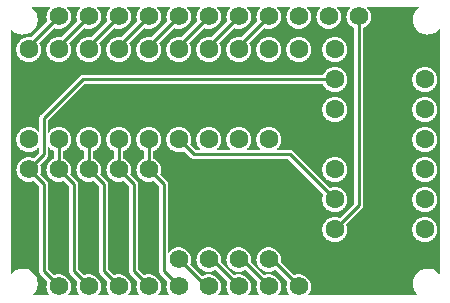
<source format=gtl>
G04 ---------------------------- Layer name :TOP LAYER*
G04 EasyEDA v5.7.22, Tue, 28 Aug 2018 22:53:05 GMT*
G04 1f8b3ca3c2ad4f10b54c6f686152f78d*
G04 Gerber Generator version 0.2*
G04 Scale: 100 percent, Rotated: No, Reflected: No *
G04 Dimensions in millimeters *
G04 leading zeros omitted , absolute positions ,3 integer and 3 decimal *
%FSLAX33Y33*%
%MOMM*%
G90*
G71D02*

%ADD10C,0.254000*%
%ADD11C,1.574800*%
%ADD12C,1.600200*%
%ADD13C,1.575003*%

%LPD*%
G36*
G01X2288Y508D02*
G01X2317Y529D01*
G01X2412Y613D01*
G01X2498Y706D01*
G01X2575Y807D01*
G01X2641Y915D01*
G01X2696Y1029D01*
G01X2739Y1148D01*
G01X2771Y1271D01*
G01X2790Y1397D01*
G01X2796Y1524D01*
G01X2790Y1650D01*
G01X2771Y1776D01*
G01X2739Y1899D01*
G01X2696Y2018D01*
G01X2641Y2132D01*
G01X2575Y2240D01*
G01X2498Y2341D01*
G01X2412Y2434D01*
G01X2317Y2518D01*
G01X2214Y2592D01*
G01X2104Y2656D01*
G01X1988Y2708D01*
G01X1868Y2748D01*
G01X1744Y2777D01*
G01X1619Y2792D01*
G01X1492Y2796D01*
G01X1365Y2786D01*
G01X1240Y2764D01*
G01X1118Y2730D01*
G01X1000Y2683D01*
G01X887Y2626D01*
G01X781Y2557D01*
G01X681Y2478D01*
G01X591Y2389D01*
G01X509Y2292D01*
G01X508Y2289D01*
G01X508Y23110D01*
G01X509Y23107D01*
G01X591Y23010D01*
G01X681Y22921D01*
G01X781Y22842D01*
G01X887Y22773D01*
G01X1000Y22716D01*
G01X1118Y22669D01*
G01X1240Y22635D01*
G01X1365Y22613D01*
G01X1492Y22603D01*
G01X1619Y22607D01*
G01X1744Y22622D01*
G01X1868Y22651D01*
G01X1988Y22691D01*
G01X2104Y22743D01*
G01X2214Y22807D01*
G01X2317Y22881D01*
G01X2412Y22965D01*
G01X2498Y23058D01*
G01X2575Y23159D01*
G01X2641Y23267D01*
G01X2696Y23381D01*
G01X2739Y23500D01*
G01X2771Y23623D01*
G01X2790Y23749D01*
G01X2796Y23876D01*
G01X2790Y24002D01*
G01X2771Y24128D01*
G01X2739Y24251D01*
G01X2696Y24370D01*
G01X2641Y24484D01*
G01X2575Y24592D01*
G01X2498Y24693D01*
G01X2412Y24786D01*
G01X2317Y24870D01*
G01X2288Y24892D01*
G01X3859Y24892D01*
G01X3806Y24840D01*
G01X3739Y24760D01*
G01X3681Y24674D01*
G01X3631Y24582D01*
G01X3591Y24487D01*
G01X3560Y24387D01*
G01X3539Y24285D01*
G01X3529Y24182D01*
G01X3529Y24077D01*
G01X3539Y23974D01*
G01X3560Y23872D01*
G01X3591Y23772D01*
G01X3616Y23713D01*
G01X2267Y22364D01*
G01X2215Y22376D01*
G01X2110Y22389D01*
G01X2005Y22392D01*
G01X1900Y22384D01*
G01X1796Y22366D01*
G01X1695Y22337D01*
G01X1597Y22299D01*
G01X1503Y22251D01*
G01X1415Y22193D01*
G01X1332Y22128D01*
G01X1257Y22054D01*
G01X1189Y21973D01*
G01X1130Y21886D01*
G01X1080Y21794D01*
G01X1039Y21697D01*
G01X1008Y21596D01*
G01X987Y21493D01*
G01X976Y21388D01*
G01X976Y21283D01*
G01X987Y21178D01*
G01X1008Y21075D01*
G01X1039Y20974D01*
G01X1080Y20877D01*
G01X1130Y20785D01*
G01X1189Y20698D01*
G01X1257Y20617D01*
G01X1332Y20543D01*
G01X1415Y20478D01*
G01X1503Y20420D01*
G01X1597Y20372D01*
G01X1695Y20334D01*
G01X1796Y20305D01*
G01X1900Y20287D01*
G01X2005Y20279D01*
G01X2110Y20282D01*
G01X2215Y20295D01*
G01X2318Y20318D01*
G01X2418Y20352D01*
G01X2514Y20395D01*
G01X2605Y20448D01*
G01X2690Y20509D01*
G01X2769Y20579D01*
G01X2841Y20656D01*
G01X2905Y20740D01*
G01X2959Y20830D01*
G01X3005Y20925D01*
G01X3041Y21024D01*
G01X3067Y21126D01*
G01X3083Y21230D01*
G01X3088Y21336D01*
G01X3083Y21441D01*
G01X3067Y21545D01*
G01X3041Y21647D01*
G01X3005Y21746D01*
G01X2959Y21841D01*
G01X2907Y21926D01*
G01X4154Y23173D01*
G01X4239Y23140D01*
G01X4339Y23112D01*
G01X4442Y23094D01*
G01X4545Y23086D01*
G01X4650Y23088D01*
G01X4753Y23101D01*
G01X4854Y23125D01*
G01X4953Y23158D01*
G01X5048Y23201D01*
G01X5138Y23253D01*
G01X5222Y23313D01*
G01X5300Y23382D01*
G01X5371Y23458D01*
G01X5434Y23541D01*
G01X5488Y23630D01*
G01X5533Y23724D01*
G01X5569Y23822D01*
G01X5595Y23923D01*
G01X5610Y24026D01*
G01X5615Y24130D01*
G01X5610Y24233D01*
G01X5595Y24336D01*
G01X5569Y24437D01*
G01X5533Y24535D01*
G01X5488Y24629D01*
G01X5434Y24718D01*
G01X5371Y24801D01*
G01X5300Y24877D01*
G01X5284Y24892D01*
G01X6399Y24892D01*
G01X6346Y24840D01*
G01X6279Y24760D01*
G01X6221Y24674D01*
G01X6171Y24582D01*
G01X6131Y24487D01*
G01X6100Y24387D01*
G01X6079Y24285D01*
G01X6069Y24182D01*
G01X6069Y24077D01*
G01X6079Y23974D01*
G01X6100Y23872D01*
G01X6131Y23772D01*
G01X6156Y23713D01*
G01X4807Y22364D01*
G01X4755Y22376D01*
G01X4650Y22389D01*
G01X4545Y22392D01*
G01X4440Y22384D01*
G01X4336Y22366D01*
G01X4235Y22337D01*
G01X4137Y22299D01*
G01X4043Y22251D01*
G01X3955Y22193D01*
G01X3872Y22128D01*
G01X3797Y22054D01*
G01X3729Y21973D01*
G01X3670Y21886D01*
G01X3620Y21794D01*
G01X3579Y21697D01*
G01X3548Y21596D01*
G01X3527Y21493D01*
G01X3516Y21388D01*
G01X3516Y21283D01*
G01X3527Y21178D01*
G01X3548Y21075D01*
G01X3579Y20974D01*
G01X3620Y20877D01*
G01X3670Y20785D01*
G01X3729Y20698D01*
G01X3797Y20617D01*
G01X3872Y20543D01*
G01X3955Y20478D01*
G01X4043Y20420D01*
G01X4137Y20372D01*
G01X4235Y20334D01*
G01X4336Y20305D01*
G01X4440Y20287D01*
G01X4545Y20279D01*
G01X4650Y20282D01*
G01X4755Y20295D01*
G01X4858Y20318D01*
G01X4958Y20352D01*
G01X5054Y20395D01*
G01X5145Y20448D01*
G01X5230Y20509D01*
G01X5309Y20579D01*
G01X5381Y20656D01*
G01X5445Y20740D01*
G01X5499Y20830D01*
G01X5545Y20925D01*
G01X5581Y21024D01*
G01X5607Y21126D01*
G01X5623Y21230D01*
G01X5628Y21336D01*
G01X5623Y21441D01*
G01X5607Y21545D01*
G01X5581Y21647D01*
G01X5545Y21746D01*
G01X5499Y21841D01*
G01X5447Y21926D01*
G01X6694Y23173D01*
G01X6779Y23140D01*
G01X6879Y23112D01*
G01X6982Y23094D01*
G01X7085Y23086D01*
G01X7190Y23088D01*
G01X7293Y23101D01*
G01X7394Y23125D01*
G01X7493Y23158D01*
G01X7588Y23201D01*
G01X7678Y23253D01*
G01X7762Y23313D01*
G01X7840Y23382D01*
G01X7911Y23458D01*
G01X7974Y23541D01*
G01X8028Y23630D01*
G01X8073Y23724D01*
G01X8109Y23822D01*
G01X8135Y23923D01*
G01X8150Y24026D01*
G01X8155Y24130D01*
G01X8150Y24233D01*
G01X8135Y24336D01*
G01X8109Y24437D01*
G01X8073Y24535D01*
G01X8028Y24629D01*
G01X7974Y24718D01*
G01X7911Y24801D01*
G01X7840Y24877D01*
G01X7824Y24892D01*
G01X8939Y24892D01*
G01X8886Y24840D01*
G01X8819Y24760D01*
G01X8761Y24674D01*
G01X8711Y24582D01*
G01X8671Y24487D01*
G01X8640Y24387D01*
G01X8619Y24285D01*
G01X8609Y24182D01*
G01X8609Y24077D01*
G01X8619Y23974D01*
G01X8640Y23872D01*
G01X8671Y23772D01*
G01X8696Y23713D01*
G01X7347Y22364D01*
G01X7295Y22376D01*
G01X7190Y22389D01*
G01X7085Y22392D01*
G01X6980Y22384D01*
G01X6876Y22366D01*
G01X6775Y22337D01*
G01X6677Y22299D01*
G01X6583Y22251D01*
G01X6495Y22193D01*
G01X6412Y22128D01*
G01X6337Y22054D01*
G01X6269Y21973D01*
G01X6210Y21886D01*
G01X6160Y21794D01*
G01X6119Y21697D01*
G01X6088Y21596D01*
G01X6067Y21493D01*
G01X6056Y21388D01*
G01X6056Y21283D01*
G01X6067Y21178D01*
G01X6088Y21075D01*
G01X6119Y20974D01*
G01X6160Y20877D01*
G01X6210Y20785D01*
G01X6269Y20698D01*
G01X6337Y20617D01*
G01X6412Y20543D01*
G01X6495Y20478D01*
G01X6583Y20420D01*
G01X6677Y20372D01*
G01X6775Y20334D01*
G01X6876Y20305D01*
G01X6980Y20287D01*
G01X7085Y20279D01*
G01X7190Y20282D01*
G01X7295Y20295D01*
G01X7398Y20318D01*
G01X7498Y20352D01*
G01X7594Y20395D01*
G01X7685Y20448D01*
G01X7770Y20509D01*
G01X7849Y20579D01*
G01X7921Y20656D01*
G01X7985Y20740D01*
G01X8039Y20830D01*
G01X8085Y20925D01*
G01X8121Y21024D01*
G01X8147Y21126D01*
G01X8163Y21230D01*
G01X8168Y21336D01*
G01X8163Y21441D01*
G01X8147Y21545D01*
G01X8121Y21647D01*
G01X8085Y21746D01*
G01X8039Y21841D01*
G01X7987Y21926D01*
G01X9234Y23173D01*
G01X9319Y23140D01*
G01X9419Y23112D01*
G01X9522Y23094D01*
G01X9625Y23086D01*
G01X9730Y23088D01*
G01X9833Y23101D01*
G01X9934Y23125D01*
G01X10033Y23158D01*
G01X10128Y23201D01*
G01X10218Y23253D01*
G01X10302Y23313D01*
G01X10380Y23382D01*
G01X10451Y23458D01*
G01X10514Y23541D01*
G01X10568Y23630D01*
G01X10613Y23724D01*
G01X10649Y23822D01*
G01X10675Y23923D01*
G01X10690Y24026D01*
G01X10695Y24130D01*
G01X10690Y24233D01*
G01X10675Y24336D01*
G01X10649Y24437D01*
G01X10613Y24535D01*
G01X10568Y24629D01*
G01X10514Y24718D01*
G01X10451Y24801D01*
G01X10380Y24877D01*
G01X10364Y24892D01*
G01X11479Y24892D01*
G01X11426Y24840D01*
G01X11359Y24760D01*
G01X11301Y24674D01*
G01X11251Y24582D01*
G01X11211Y24487D01*
G01X11180Y24387D01*
G01X11159Y24285D01*
G01X11149Y24182D01*
G01X11149Y24077D01*
G01X11159Y23974D01*
G01X11180Y23872D01*
G01X11211Y23772D01*
G01X11236Y23713D01*
G01X9887Y22364D01*
G01X9835Y22376D01*
G01X9730Y22389D01*
G01X9625Y22392D01*
G01X9520Y22384D01*
G01X9416Y22366D01*
G01X9315Y22337D01*
G01X9217Y22299D01*
G01X9123Y22251D01*
G01X9035Y22193D01*
G01X8952Y22128D01*
G01X8877Y22054D01*
G01X8809Y21973D01*
G01X8750Y21886D01*
G01X8700Y21794D01*
G01X8659Y21697D01*
G01X8628Y21596D01*
G01X8607Y21493D01*
G01X8596Y21388D01*
G01X8596Y21283D01*
G01X8607Y21178D01*
G01X8628Y21075D01*
G01X8659Y20974D01*
G01X8700Y20877D01*
G01X8750Y20785D01*
G01X8809Y20698D01*
G01X8877Y20617D01*
G01X8952Y20543D01*
G01X9035Y20478D01*
G01X9123Y20420D01*
G01X9217Y20372D01*
G01X9315Y20334D01*
G01X9416Y20305D01*
G01X9520Y20287D01*
G01X9625Y20279D01*
G01X9730Y20282D01*
G01X9835Y20295D01*
G01X9938Y20318D01*
G01X10038Y20352D01*
G01X10134Y20395D01*
G01X10225Y20448D01*
G01X10310Y20509D01*
G01X10389Y20579D01*
G01X10461Y20656D01*
G01X10525Y20740D01*
G01X10579Y20830D01*
G01X10625Y20925D01*
G01X10661Y21024D01*
G01X10687Y21126D01*
G01X10703Y21230D01*
G01X10708Y21336D01*
G01X10703Y21441D01*
G01X10687Y21545D01*
G01X10661Y21647D01*
G01X10625Y21746D01*
G01X10579Y21841D01*
G01X10527Y21926D01*
G01X11774Y23173D01*
G01X11859Y23140D01*
G01X11959Y23112D01*
G01X12062Y23094D01*
G01X12165Y23086D01*
G01X12270Y23088D01*
G01X12373Y23101D01*
G01X12474Y23125D01*
G01X12573Y23158D01*
G01X12668Y23201D01*
G01X12758Y23253D01*
G01X12842Y23313D01*
G01X12920Y23382D01*
G01X12991Y23458D01*
G01X13054Y23541D01*
G01X13108Y23630D01*
G01X13153Y23724D01*
G01X13189Y23822D01*
G01X13215Y23923D01*
G01X13230Y24026D01*
G01X13235Y24130D01*
G01X13230Y24233D01*
G01X13215Y24336D01*
G01X13189Y24437D01*
G01X13153Y24535D01*
G01X13108Y24629D01*
G01X13054Y24718D01*
G01X12991Y24801D01*
G01X12920Y24877D01*
G01X12904Y24892D01*
G01X14019Y24892D01*
G01X13966Y24840D01*
G01X13899Y24760D01*
G01X13841Y24674D01*
G01X13791Y24582D01*
G01X13751Y24487D01*
G01X13720Y24387D01*
G01X13699Y24285D01*
G01X13689Y24182D01*
G01X13689Y24077D01*
G01X13699Y23974D01*
G01X13720Y23872D01*
G01X13751Y23772D01*
G01X13776Y23713D01*
G01X12427Y22364D01*
G01X12375Y22376D01*
G01X12270Y22389D01*
G01X12165Y22392D01*
G01X12060Y22384D01*
G01X11956Y22366D01*
G01X11855Y22337D01*
G01X11757Y22299D01*
G01X11663Y22251D01*
G01X11575Y22193D01*
G01X11492Y22128D01*
G01X11417Y22054D01*
G01X11349Y21973D01*
G01X11290Y21886D01*
G01X11240Y21794D01*
G01X11199Y21697D01*
G01X11168Y21596D01*
G01X11147Y21493D01*
G01X11136Y21388D01*
G01X11136Y21283D01*
G01X11147Y21178D01*
G01X11168Y21075D01*
G01X11199Y20974D01*
G01X11240Y20877D01*
G01X11290Y20785D01*
G01X11349Y20698D01*
G01X11417Y20617D01*
G01X11492Y20543D01*
G01X11575Y20478D01*
G01X11663Y20420D01*
G01X11757Y20372D01*
G01X11855Y20334D01*
G01X11956Y20305D01*
G01X12060Y20287D01*
G01X12165Y20279D01*
G01X12270Y20282D01*
G01X12375Y20295D01*
G01X12478Y20318D01*
G01X12578Y20352D01*
G01X12674Y20395D01*
G01X12765Y20448D01*
G01X12850Y20509D01*
G01X12929Y20579D01*
G01X13001Y20656D01*
G01X13065Y20740D01*
G01X13119Y20830D01*
G01X13165Y20925D01*
G01X13201Y21024D01*
G01X13227Y21126D01*
G01X13243Y21230D01*
G01X13248Y21336D01*
G01X13243Y21441D01*
G01X13227Y21545D01*
G01X13201Y21647D01*
G01X13165Y21746D01*
G01X13119Y21841D01*
G01X13067Y21926D01*
G01X14314Y23173D01*
G01X14399Y23140D01*
G01X14499Y23112D01*
G01X14602Y23094D01*
G01X14705Y23086D01*
G01X14810Y23088D01*
G01X14913Y23101D01*
G01X15014Y23125D01*
G01X15113Y23158D01*
G01X15208Y23201D01*
G01X15298Y23253D01*
G01X15382Y23313D01*
G01X15460Y23382D01*
G01X15531Y23458D01*
G01X15594Y23541D01*
G01X15648Y23630D01*
G01X15693Y23724D01*
G01X15729Y23822D01*
G01X15755Y23923D01*
G01X15770Y24026D01*
G01X15775Y24130D01*
G01X15770Y24233D01*
G01X15755Y24336D01*
G01X15729Y24437D01*
G01X15693Y24535D01*
G01X15648Y24629D01*
G01X15594Y24718D01*
G01X15531Y24801D01*
G01X15460Y24877D01*
G01X15444Y24892D01*
G01X16559Y24892D01*
G01X16506Y24840D01*
G01X16439Y24760D01*
G01X16381Y24674D01*
G01X16331Y24582D01*
G01X16291Y24487D01*
G01X16260Y24387D01*
G01X16239Y24285D01*
G01X16229Y24182D01*
G01X16229Y24077D01*
G01X16239Y23974D01*
G01X16260Y23872D01*
G01X16291Y23772D01*
G01X16316Y23713D01*
G01X14967Y22364D01*
G01X14915Y22376D01*
G01X14810Y22389D01*
G01X14705Y22392D01*
G01X14600Y22384D01*
G01X14496Y22366D01*
G01X14395Y22337D01*
G01X14297Y22299D01*
G01X14203Y22251D01*
G01X14115Y22193D01*
G01X14032Y22128D01*
G01X13957Y22054D01*
G01X13889Y21973D01*
G01X13830Y21886D01*
G01X13780Y21794D01*
G01X13739Y21697D01*
G01X13708Y21596D01*
G01X13687Y21493D01*
G01X13676Y21388D01*
G01X13676Y21283D01*
G01X13687Y21178D01*
G01X13708Y21075D01*
G01X13739Y20974D01*
G01X13780Y20877D01*
G01X13830Y20785D01*
G01X13889Y20698D01*
G01X13957Y20617D01*
G01X14032Y20543D01*
G01X14115Y20478D01*
G01X14203Y20420D01*
G01X14297Y20372D01*
G01X14395Y20334D01*
G01X14496Y20305D01*
G01X14600Y20287D01*
G01X14705Y20279D01*
G01X14810Y20282D01*
G01X14915Y20295D01*
G01X15018Y20318D01*
G01X15118Y20352D01*
G01X15214Y20395D01*
G01X15305Y20448D01*
G01X15390Y20509D01*
G01X15469Y20579D01*
G01X15541Y20656D01*
G01X15605Y20740D01*
G01X15659Y20830D01*
G01X15705Y20925D01*
G01X15741Y21024D01*
G01X15767Y21126D01*
G01X15783Y21230D01*
G01X15788Y21336D01*
G01X15783Y21441D01*
G01X15767Y21545D01*
G01X15741Y21647D01*
G01X15705Y21746D01*
G01X15659Y21841D01*
G01X15607Y21926D01*
G01X16854Y23173D01*
G01X16939Y23140D01*
G01X17039Y23112D01*
G01X17142Y23094D01*
G01X17245Y23086D01*
G01X17350Y23088D01*
G01X17453Y23101D01*
G01X17554Y23125D01*
G01X17653Y23158D01*
G01X17748Y23201D01*
G01X17838Y23253D01*
G01X17922Y23313D01*
G01X18000Y23382D01*
G01X18071Y23458D01*
G01X18134Y23541D01*
G01X18188Y23630D01*
G01X18233Y23724D01*
G01X18269Y23822D01*
G01X18295Y23923D01*
G01X18310Y24026D01*
G01X18315Y24130D01*
G01X18310Y24233D01*
G01X18295Y24336D01*
G01X18269Y24437D01*
G01X18233Y24535D01*
G01X18188Y24629D01*
G01X18134Y24718D01*
G01X18071Y24801D01*
G01X18000Y24877D01*
G01X17984Y24892D01*
G01X19099Y24892D01*
G01X19046Y24840D01*
G01X18979Y24760D01*
G01X18921Y24674D01*
G01X18871Y24582D01*
G01X18831Y24487D01*
G01X18800Y24387D01*
G01X18779Y24285D01*
G01X18769Y24182D01*
G01X18769Y24077D01*
G01X18779Y23974D01*
G01X18800Y23872D01*
G01X18831Y23772D01*
G01X18856Y23713D01*
G01X17507Y22364D01*
G01X17455Y22376D01*
G01X17350Y22389D01*
G01X17245Y22392D01*
G01X17140Y22384D01*
G01X17036Y22366D01*
G01X16935Y22337D01*
G01X16837Y22299D01*
G01X16743Y22251D01*
G01X16655Y22193D01*
G01X16572Y22128D01*
G01X16497Y22054D01*
G01X16429Y21973D01*
G01X16370Y21886D01*
G01X16320Y21794D01*
G01X16279Y21697D01*
G01X16248Y21596D01*
G01X16227Y21493D01*
G01X16216Y21388D01*
G01X16216Y21283D01*
G01X16227Y21178D01*
G01X16248Y21075D01*
G01X16279Y20974D01*
G01X16320Y20877D01*
G01X16370Y20785D01*
G01X16429Y20698D01*
G01X16497Y20617D01*
G01X16572Y20543D01*
G01X16655Y20478D01*
G01X16743Y20420D01*
G01X16837Y20372D01*
G01X16935Y20334D01*
G01X17036Y20305D01*
G01X17140Y20287D01*
G01X17245Y20279D01*
G01X17350Y20282D01*
G01X17455Y20295D01*
G01X17558Y20318D01*
G01X17658Y20352D01*
G01X17754Y20395D01*
G01X17845Y20448D01*
G01X17930Y20509D01*
G01X18009Y20579D01*
G01X18081Y20656D01*
G01X18145Y20740D01*
G01X18199Y20830D01*
G01X18245Y20925D01*
G01X18281Y21024D01*
G01X18307Y21126D01*
G01X18323Y21230D01*
G01X18328Y21336D01*
G01X18323Y21441D01*
G01X18307Y21545D01*
G01X18281Y21647D01*
G01X18245Y21746D01*
G01X18199Y21841D01*
G01X18147Y21926D01*
G01X19394Y23173D01*
G01X19479Y23140D01*
G01X19579Y23112D01*
G01X19682Y23094D01*
G01X19785Y23086D01*
G01X19890Y23088D01*
G01X19993Y23101D01*
G01X20094Y23125D01*
G01X20193Y23158D01*
G01X20288Y23201D01*
G01X20378Y23253D01*
G01X20462Y23313D01*
G01X20540Y23382D01*
G01X20611Y23458D01*
G01X20674Y23541D01*
G01X20728Y23630D01*
G01X20773Y23724D01*
G01X20809Y23822D01*
G01X20835Y23923D01*
G01X20850Y24026D01*
G01X20855Y24130D01*
G01X20850Y24233D01*
G01X20835Y24336D01*
G01X20809Y24437D01*
G01X20773Y24535D01*
G01X20728Y24629D01*
G01X20674Y24718D01*
G01X20611Y24801D01*
G01X20540Y24877D01*
G01X20524Y24892D01*
G01X21639Y24892D01*
G01X21586Y24840D01*
G01X21519Y24760D01*
G01X21461Y24674D01*
G01X21411Y24582D01*
G01X21371Y24487D01*
G01X21340Y24387D01*
G01X21319Y24285D01*
G01X21309Y24182D01*
G01X21309Y24077D01*
G01X21319Y23974D01*
G01X21340Y23872D01*
G01X21371Y23772D01*
G01X21396Y23713D01*
G01X20047Y22364D01*
G01X19995Y22376D01*
G01X19890Y22389D01*
G01X19785Y22392D01*
G01X19680Y22384D01*
G01X19576Y22366D01*
G01X19475Y22337D01*
G01X19377Y22299D01*
G01X19283Y22251D01*
G01X19195Y22193D01*
G01X19112Y22128D01*
G01X19037Y22054D01*
G01X18969Y21973D01*
G01X18910Y21886D01*
G01X18860Y21794D01*
G01X18819Y21697D01*
G01X18788Y21596D01*
G01X18767Y21493D01*
G01X18756Y21388D01*
G01X18756Y21283D01*
G01X18767Y21178D01*
G01X18788Y21075D01*
G01X18819Y20974D01*
G01X18860Y20877D01*
G01X18910Y20785D01*
G01X18969Y20698D01*
G01X19037Y20617D01*
G01X19112Y20543D01*
G01X19195Y20478D01*
G01X19283Y20420D01*
G01X19377Y20372D01*
G01X19475Y20334D01*
G01X19576Y20305D01*
G01X19680Y20287D01*
G01X19785Y20279D01*
G01X19890Y20282D01*
G01X19995Y20295D01*
G01X20098Y20318D01*
G01X20198Y20352D01*
G01X20294Y20395D01*
G01X20385Y20448D01*
G01X20470Y20509D01*
G01X20549Y20579D01*
G01X20621Y20656D01*
G01X20685Y20740D01*
G01X20739Y20830D01*
G01X20785Y20925D01*
G01X20821Y21024D01*
G01X20847Y21126D01*
G01X20863Y21230D01*
G01X20868Y21336D01*
G01X20863Y21441D01*
G01X20847Y21545D01*
G01X20821Y21647D01*
G01X20785Y21746D01*
G01X20739Y21841D01*
G01X20687Y21926D01*
G01X21934Y23173D01*
G01X22019Y23140D01*
G01X22119Y23112D01*
G01X22222Y23094D01*
G01X22325Y23086D01*
G01X22430Y23088D01*
G01X22533Y23101D01*
G01X22634Y23125D01*
G01X22733Y23158D01*
G01X22828Y23201D01*
G01X22918Y23253D01*
G01X23002Y23313D01*
G01X23080Y23382D01*
G01X23151Y23458D01*
G01X23214Y23541D01*
G01X23268Y23630D01*
G01X23313Y23724D01*
G01X23349Y23822D01*
G01X23375Y23923D01*
G01X23390Y24026D01*
G01X23395Y24130D01*
G01X23390Y24233D01*
G01X23375Y24336D01*
G01X23349Y24437D01*
G01X23313Y24535D01*
G01X23268Y24629D01*
G01X23214Y24718D01*
G01X23151Y24801D01*
G01X23080Y24877D01*
G01X23064Y24892D01*
G01X24179Y24892D01*
G01X24126Y24840D01*
G01X24059Y24760D01*
G01X24001Y24674D01*
G01X23951Y24582D01*
G01X23911Y24487D01*
G01X23880Y24387D01*
G01X23859Y24285D01*
G01X23849Y24182D01*
G01X23849Y24077D01*
G01X23859Y23974D01*
G01X23880Y23872D01*
G01X23911Y23772D01*
G01X23951Y23677D01*
G01X24001Y23585D01*
G01X24059Y23499D01*
G01X24126Y23419D01*
G01X24201Y23347D01*
G01X24282Y23282D01*
G01X24370Y23225D01*
G01X24462Y23178D01*
G01X24559Y23140D01*
G01X24659Y23112D01*
G01X24762Y23094D01*
G01X24865Y23086D01*
G01X24970Y23088D01*
G01X25073Y23101D01*
G01X25174Y23125D01*
G01X25273Y23158D01*
G01X25368Y23201D01*
G01X25458Y23253D01*
G01X25542Y23313D01*
G01X25620Y23382D01*
G01X25691Y23458D01*
G01X25754Y23541D01*
G01X25808Y23630D01*
G01X25853Y23724D01*
G01X25889Y23822D01*
G01X25915Y23923D01*
G01X25930Y24026D01*
G01X25935Y24130D01*
G01X25930Y24233D01*
G01X25915Y24336D01*
G01X25889Y24437D01*
G01X25853Y24535D01*
G01X25808Y24629D01*
G01X25754Y24718D01*
G01X25691Y24801D01*
G01X25620Y24877D01*
G01X25604Y24892D01*
G01X26719Y24892D01*
G01X26666Y24840D01*
G01X26599Y24760D01*
G01X26541Y24674D01*
G01X26491Y24582D01*
G01X26451Y24487D01*
G01X26420Y24387D01*
G01X26399Y24285D01*
G01X26389Y24182D01*
G01X26389Y24077D01*
G01X26399Y23974D01*
G01X26420Y23872D01*
G01X26451Y23772D01*
G01X26491Y23677D01*
G01X26541Y23585D01*
G01X26599Y23499D01*
G01X26666Y23419D01*
G01X26741Y23347D01*
G01X26822Y23282D01*
G01X26910Y23225D01*
G01X27002Y23178D01*
G01X27099Y23140D01*
G01X27199Y23112D01*
G01X27302Y23094D01*
G01X27405Y23086D01*
G01X27510Y23088D01*
G01X27613Y23101D01*
G01X27714Y23125D01*
G01X27813Y23158D01*
G01X27908Y23201D01*
G01X27998Y23253D01*
G01X28082Y23313D01*
G01X28160Y23382D01*
G01X28231Y23458D01*
G01X28294Y23541D01*
G01X28348Y23630D01*
G01X28393Y23724D01*
G01X28429Y23822D01*
G01X28455Y23923D01*
G01X28470Y24026D01*
G01X28475Y24130D01*
G01X28470Y24233D01*
G01X28455Y24336D01*
G01X28429Y24437D01*
G01X28393Y24535D01*
G01X28348Y24629D01*
G01X28294Y24718D01*
G01X28231Y24801D01*
G01X28160Y24877D01*
G01X28144Y24892D01*
G01X29259Y24892D01*
G01X29206Y24840D01*
G01X29139Y24760D01*
G01X29081Y24674D01*
G01X29031Y24582D01*
G01X28991Y24487D01*
G01X28960Y24387D01*
G01X28939Y24285D01*
G01X28929Y24182D01*
G01X28929Y24077D01*
G01X28939Y23974D01*
G01X28960Y23872D01*
G01X28991Y23772D01*
G01X29031Y23677D01*
G01X29081Y23585D01*
G01X29139Y23499D01*
G01X29206Y23419D01*
G01X29281Y23347D01*
G01X29362Y23282D01*
G01X29450Y23225D01*
G01X29542Y23178D01*
G01X29591Y23159D01*
G01X29591Y8285D01*
G01X28366Y7061D01*
G01X28326Y7079D01*
G01X28226Y7113D01*
G01X28123Y7136D01*
G01X28018Y7149D01*
G01X27913Y7152D01*
G01X27808Y7144D01*
G01X27704Y7126D01*
G01X27603Y7097D01*
G01X27505Y7059D01*
G01X27411Y7011D01*
G01X27323Y6953D01*
G01X27240Y6888D01*
G01X27165Y6814D01*
G01X27097Y6733D01*
G01X27038Y6646D01*
G01X26988Y6554D01*
G01X26947Y6457D01*
G01X26916Y6356D01*
G01X26895Y6253D01*
G01X26884Y6148D01*
G01X26884Y6043D01*
G01X26895Y5938D01*
G01X26916Y5835D01*
G01X26947Y5734D01*
G01X26988Y5637D01*
G01X27038Y5545D01*
G01X27097Y5458D01*
G01X27165Y5377D01*
G01X27240Y5303D01*
G01X27323Y5238D01*
G01X27411Y5180D01*
G01X27505Y5132D01*
G01X27603Y5094D01*
G01X27704Y5065D01*
G01X27808Y5047D01*
G01X27913Y5039D01*
G01X28018Y5042D01*
G01X28123Y5055D01*
G01X28226Y5078D01*
G01X28326Y5112D01*
G01X28422Y5155D01*
G01X28513Y5208D01*
G01X28598Y5269D01*
G01X28677Y5339D01*
G01X28749Y5416D01*
G01X28813Y5500D01*
G01X28867Y5590D01*
G01X28913Y5685D01*
G01X28949Y5784D01*
G01X28975Y5886D01*
G01X28991Y5990D01*
G01X28996Y6096D01*
G01X28991Y6201D01*
G01X28975Y6305D01*
G01X28949Y6407D01*
G01X28913Y6506D01*
G01X28905Y6522D01*
G01X30241Y7858D01*
G01X30250Y7867D01*
G01X30259Y7877D01*
G01X30267Y7887D01*
G01X30275Y7897D01*
G01X30283Y7908D01*
G01X30290Y7919D01*
G01X30297Y7930D01*
G01X30304Y7941D01*
G01X30310Y7952D01*
G01X30316Y7964D01*
G01X30321Y7976D01*
G01X30326Y7988D01*
G01X30331Y8000D01*
G01X30335Y8012D01*
G01X30338Y8025D01*
G01X30342Y8037D01*
G01X30345Y8050D01*
G01X30347Y8063D01*
G01X30349Y8076D01*
G01X30350Y8089D01*
G01X30352Y8101D01*
G01X30352Y8114D01*
G01X30353Y8128D01*
G01X30353Y23158D01*
G01X30353Y23158D01*
G01X30448Y23201D01*
G01X30538Y23253D01*
G01X30622Y23313D01*
G01X30700Y23382D01*
G01X30771Y23458D01*
G01X30834Y23541D01*
G01X30888Y23630D01*
G01X30933Y23724D01*
G01X30969Y23822D01*
G01X30995Y23923D01*
G01X31010Y24026D01*
G01X31015Y24130D01*
G01X31010Y24233D01*
G01X30995Y24336D01*
G01X30969Y24437D01*
G01X30933Y24535D01*
G01X30888Y24629D01*
G01X30834Y24718D01*
G01X30771Y24801D01*
G01X30700Y24877D01*
G01X30684Y24892D01*
G01X35049Y24892D01*
G01X34971Y24830D01*
G01X34881Y24741D01*
G01X34799Y24644D01*
G01X34728Y24539D01*
G01X34667Y24428D01*
G01X34618Y24311D01*
G01X34580Y24190D01*
G01X34555Y24065D01*
G01X34543Y23939D01*
G01X34543Y23812D01*
G01X34555Y23686D01*
G01X34580Y23561D01*
G01X34618Y23440D01*
G01X34667Y23323D01*
G01X34728Y23212D01*
G01X34799Y23107D01*
G01X34881Y23010D01*
G01X34971Y22921D01*
G01X35071Y22842D01*
G01X35177Y22773D01*
G01X35290Y22716D01*
G01X35408Y22669D01*
G01X35530Y22635D01*
G01X35655Y22613D01*
G01X35782Y22603D01*
G01X35909Y22607D01*
G01X36034Y22622D01*
G01X36158Y22651D01*
G01X36278Y22691D01*
G01X36394Y22743D01*
G01X36504Y22807D01*
G01X36607Y22881D01*
G01X36702Y22965D01*
G01X36788Y23058D01*
G01X36830Y23112D01*
G01X36830Y2287D01*
G01X36788Y2341D01*
G01X36702Y2434D01*
G01X36607Y2518D01*
G01X36504Y2592D01*
G01X36394Y2656D01*
G01X36278Y2708D01*
G01X36158Y2748D01*
G01X36034Y2777D01*
G01X35909Y2792D01*
G01X35782Y2796D01*
G01X35655Y2786D01*
G01X35530Y2764D01*
G01X35408Y2730D01*
G01X35290Y2683D01*
G01X35177Y2626D01*
G01X35071Y2557D01*
G01X34971Y2478D01*
G01X34881Y2389D01*
G01X34799Y2292D01*
G01X34728Y2187D01*
G01X34667Y2076D01*
G01X34618Y1959D01*
G01X34580Y1838D01*
G01X34555Y1713D01*
G01X34543Y1587D01*
G01X34543Y1460D01*
G01X34555Y1334D01*
G01X34580Y1209D01*
G01X34618Y1088D01*
G01X34667Y971D01*
G01X34728Y860D01*
G01X34799Y755D01*
G01X34881Y658D01*
G01X34971Y569D01*
G01X35049Y508D01*
G01X25604Y508D01*
G01X25620Y522D01*
G01X25691Y598D01*
G01X25754Y681D01*
G01X25808Y770D01*
G01X25853Y864D01*
G01X25889Y962D01*
G01X25915Y1063D01*
G01X25930Y1166D01*
G01X25935Y1270D01*
G01X25930Y1373D01*
G01X25915Y1476D01*
G01X25889Y1577D01*
G01X25853Y1675D01*
G01X25808Y1769D01*
G01X25754Y1858D01*
G01X25691Y1941D01*
G01X25620Y2017D01*
G01X25542Y2086D01*
G01X25458Y2146D01*
G01X25368Y2198D01*
G01X25273Y2241D01*
G01X25174Y2274D01*
G01X25073Y2298D01*
G01X24970Y2311D01*
G01X24865Y2313D01*
G01X24762Y2305D01*
G01X24659Y2287D01*
G01X24559Y2259D01*
G01X24474Y2226D01*
G01X23370Y3330D01*
G01X23375Y3349D01*
G01X23390Y3452D01*
G01X23396Y3556D01*
G01X23390Y3659D01*
G01X23375Y3762D01*
G01X23349Y3863D01*
G01X23314Y3961D01*
G01X23268Y4055D01*
G01X23214Y4144D01*
G01X23151Y4227D01*
G01X23080Y4303D01*
G01X23002Y4372D01*
G01X22918Y4433D01*
G01X22828Y4485D01*
G01X22733Y4527D01*
G01X22634Y4561D01*
G01X22533Y4584D01*
G01X22430Y4597D01*
G01X22325Y4599D01*
G01X22222Y4591D01*
G01X22119Y4573D01*
G01X22019Y4545D01*
G01X21922Y4507D01*
G01X21829Y4460D01*
G01X21742Y4403D01*
G01X21661Y4338D01*
G01X21586Y4266D01*
G01X21519Y4186D01*
G01X21461Y4100D01*
G01X21411Y4008D01*
G01X21370Y3913D01*
G01X21340Y3813D01*
G01X21319Y3711D01*
G01X21309Y3608D01*
G01X21309Y3503D01*
G01X21319Y3400D01*
G01X21340Y3298D01*
G01X21370Y3198D01*
G01X21411Y3103D01*
G01X21461Y3011D01*
G01X21519Y2925D01*
G01X21586Y2845D01*
G01X21661Y2773D01*
G01X21742Y2708D01*
G01X21829Y2651D01*
G01X21922Y2604D01*
G01X22019Y2566D01*
G01X22119Y2538D01*
G01X22222Y2520D01*
G01X22325Y2512D01*
G01X22430Y2514D01*
G01X22533Y2527D01*
G01X22634Y2550D01*
G01X22733Y2584D01*
G01X22828Y2626D01*
G01X22918Y2678D01*
G01X22933Y2689D01*
G01X23936Y1686D01*
G01X23911Y1627D01*
G01X23880Y1527D01*
G01X23859Y1425D01*
G01X23849Y1322D01*
G01X23849Y1217D01*
G01X23859Y1114D01*
G01X23880Y1012D01*
G01X23911Y912D01*
G01X23951Y817D01*
G01X24001Y725D01*
G01X24059Y639D01*
G01X24126Y559D01*
G01X24179Y508D01*
G01X23064Y508D01*
G01X23080Y522D01*
G01X23151Y598D01*
G01X23214Y681D01*
G01X23268Y770D01*
G01X23313Y864D01*
G01X23349Y962D01*
G01X23375Y1063D01*
G01X23390Y1166D01*
G01X23395Y1270D01*
G01X23390Y1373D01*
G01X23375Y1476D01*
G01X23349Y1577D01*
G01X23313Y1675D01*
G01X23268Y1769D01*
G01X23214Y1858D01*
G01X23151Y1941D01*
G01X23080Y2017D01*
G01X23002Y2086D01*
G01X22918Y2146D01*
G01X22828Y2198D01*
G01X22733Y2241D01*
G01X22634Y2274D01*
G01X22533Y2298D01*
G01X22430Y2311D01*
G01X22325Y2313D01*
G01X22222Y2305D01*
G01X22119Y2287D01*
G01X22019Y2259D01*
G01X21934Y2226D01*
G01X20830Y3330D01*
G01X20835Y3349D01*
G01X20850Y3452D01*
G01X20856Y3556D01*
G01X20850Y3659D01*
G01X20835Y3762D01*
G01X20809Y3863D01*
G01X20774Y3961D01*
G01X20728Y4055D01*
G01X20674Y4144D01*
G01X20611Y4227D01*
G01X20540Y4303D01*
G01X20462Y4372D01*
G01X20378Y4433D01*
G01X20288Y4485D01*
G01X20193Y4527D01*
G01X20094Y4561D01*
G01X19993Y4584D01*
G01X19890Y4597D01*
G01X19785Y4599D01*
G01X19682Y4591D01*
G01X19579Y4573D01*
G01X19479Y4545D01*
G01X19382Y4507D01*
G01X19289Y4460D01*
G01X19202Y4403D01*
G01X19121Y4338D01*
G01X19046Y4266D01*
G01X18979Y4186D01*
G01X18921Y4100D01*
G01X18871Y4008D01*
G01X18830Y3913D01*
G01X18800Y3813D01*
G01X18779Y3711D01*
G01X18769Y3608D01*
G01X18769Y3503D01*
G01X18779Y3400D01*
G01X18800Y3298D01*
G01X18830Y3198D01*
G01X18871Y3103D01*
G01X18921Y3011D01*
G01X18979Y2925D01*
G01X19046Y2845D01*
G01X19121Y2773D01*
G01X19202Y2708D01*
G01X19289Y2651D01*
G01X19382Y2604D01*
G01X19479Y2566D01*
G01X19579Y2538D01*
G01X19682Y2520D01*
G01X19785Y2512D01*
G01X19890Y2514D01*
G01X19993Y2527D01*
G01X20094Y2550D01*
G01X20193Y2584D01*
G01X20288Y2626D01*
G01X20378Y2678D01*
G01X20393Y2689D01*
G01X21396Y1686D01*
G01X21371Y1627D01*
G01X21340Y1527D01*
G01X21319Y1425D01*
G01X21309Y1322D01*
G01X21309Y1217D01*
G01X21319Y1114D01*
G01X21340Y1012D01*
G01X21371Y912D01*
G01X21411Y817D01*
G01X21461Y725D01*
G01X21519Y639D01*
G01X21586Y559D01*
G01X21639Y508D01*
G01X20524Y508D01*
G01X20540Y522D01*
G01X20611Y598D01*
G01X20674Y681D01*
G01X20728Y770D01*
G01X20773Y864D01*
G01X20809Y962D01*
G01X20835Y1063D01*
G01X20850Y1166D01*
G01X20855Y1270D01*
G01X20850Y1373D01*
G01X20835Y1476D01*
G01X20809Y1577D01*
G01X20773Y1675D01*
G01X20728Y1769D01*
G01X20674Y1858D01*
G01X20611Y1941D01*
G01X20540Y2017D01*
G01X20462Y2086D01*
G01X20378Y2146D01*
G01X20288Y2198D01*
G01X20193Y2241D01*
G01X20094Y2274D01*
G01X19993Y2298D01*
G01X19890Y2311D01*
G01X19785Y2313D01*
G01X19682Y2305D01*
G01X19579Y2287D01*
G01X19479Y2259D01*
G01X19394Y2226D01*
G01X18290Y3330D01*
G01X18295Y3349D01*
G01X18310Y3452D01*
G01X18316Y3556D01*
G01X18310Y3659D01*
G01X18295Y3762D01*
G01X18269Y3863D01*
G01X18234Y3961D01*
G01X18188Y4055D01*
G01X18134Y4144D01*
G01X18071Y4227D01*
G01X18000Y4303D01*
G01X17922Y4372D01*
G01X17838Y4433D01*
G01X17748Y4485D01*
G01X17653Y4527D01*
G01X17554Y4561D01*
G01X17453Y4584D01*
G01X17350Y4597D01*
G01X17245Y4599D01*
G01X17142Y4591D01*
G01X17039Y4573D01*
G01X16939Y4545D01*
G01X16842Y4507D01*
G01X16749Y4460D01*
G01X16662Y4403D01*
G01X16581Y4338D01*
G01X16506Y4266D01*
G01X16439Y4186D01*
G01X16381Y4100D01*
G01X16331Y4008D01*
G01X16290Y3913D01*
G01X16260Y3813D01*
G01X16239Y3711D01*
G01X16229Y3608D01*
G01X16229Y3503D01*
G01X16239Y3400D01*
G01X16260Y3298D01*
G01X16290Y3198D01*
G01X16331Y3103D01*
G01X16381Y3011D01*
G01X16439Y2925D01*
G01X16506Y2845D01*
G01X16581Y2773D01*
G01X16662Y2708D01*
G01X16749Y2651D01*
G01X16842Y2604D01*
G01X16939Y2566D01*
G01X17039Y2538D01*
G01X17142Y2520D01*
G01X17245Y2512D01*
G01X17350Y2514D01*
G01X17453Y2527D01*
G01X17554Y2550D01*
G01X17653Y2584D01*
G01X17748Y2626D01*
G01X17838Y2678D01*
G01X17853Y2689D01*
G01X18856Y1686D01*
G01X18831Y1627D01*
G01X18800Y1527D01*
G01X18779Y1425D01*
G01X18769Y1322D01*
G01X18769Y1217D01*
G01X18779Y1114D01*
G01X18800Y1012D01*
G01X18831Y912D01*
G01X18871Y817D01*
G01X18921Y725D01*
G01X18979Y639D01*
G01X19046Y559D01*
G01X19099Y508D01*
G01X17984Y508D01*
G01X18000Y522D01*
G01X18071Y598D01*
G01X18134Y681D01*
G01X18188Y770D01*
G01X18233Y864D01*
G01X18269Y962D01*
G01X18295Y1063D01*
G01X18310Y1166D01*
G01X18315Y1270D01*
G01X18310Y1373D01*
G01X18295Y1476D01*
G01X18269Y1577D01*
G01X18233Y1675D01*
G01X18188Y1769D01*
G01X18134Y1858D01*
G01X18071Y1941D01*
G01X18000Y2017D01*
G01X17922Y2086D01*
G01X17838Y2146D01*
G01X17748Y2198D01*
G01X17653Y2241D01*
G01X17554Y2274D01*
G01X17453Y2298D01*
G01X17350Y2311D01*
G01X17245Y2313D01*
G01X17142Y2305D01*
G01X17039Y2287D01*
G01X16939Y2259D01*
G01X16842Y2221D01*
G01X16750Y2174D01*
G01X16690Y2135D01*
G01X15688Y3138D01*
G01X15694Y3150D01*
G01X15729Y3248D01*
G01X15755Y3349D01*
G01X15770Y3452D01*
G01X15776Y3556D01*
G01X15770Y3659D01*
G01X15755Y3762D01*
G01X15729Y3863D01*
G01X15694Y3961D01*
G01X15648Y4055D01*
G01X15594Y4144D01*
G01X15531Y4227D01*
G01X15460Y4303D01*
G01X15382Y4372D01*
G01X15298Y4433D01*
G01X15208Y4485D01*
G01X15113Y4527D01*
G01X15014Y4561D01*
G01X14913Y4584D01*
G01X14810Y4597D01*
G01X14705Y4599D01*
G01X14602Y4591D01*
G01X14499Y4573D01*
G01X14399Y4545D01*
G01X14302Y4507D01*
G01X14209Y4460D01*
G01X14122Y4403D01*
G01X14041Y4338D01*
G01X13966Y4266D01*
G01X13899Y4186D01*
G01X13843Y4103D01*
G01X13843Y9906D01*
G01X13842Y9919D01*
G01X13842Y9932D01*
G01X13840Y9944D01*
G01X13839Y9957D01*
G01X13837Y9970D01*
G01X13835Y9983D01*
G01X13832Y9996D01*
G01X13828Y10008D01*
G01X13825Y10021D01*
G01X13821Y10033D01*
G01X13816Y10045D01*
G01X13811Y10057D01*
G01X13806Y10069D01*
G01X13800Y10081D01*
G01X13794Y10092D01*
G01X13787Y10103D01*
G01X13780Y10114D01*
G01X13773Y10125D01*
G01X13765Y10136D01*
G01X13757Y10146D01*
G01X13749Y10156D01*
G01X13740Y10166D01*
G01X13731Y10175D01*
G01X13148Y10758D01*
G01X13154Y10770D01*
G01X13189Y10868D01*
G01X13215Y10969D01*
G01X13230Y11072D01*
G01X13236Y11176D01*
G01X13230Y11279D01*
G01X13215Y11382D01*
G01X13189Y11483D01*
G01X13154Y11581D01*
G01X13108Y11675D01*
G01X13054Y11764D01*
G01X12991Y11847D01*
G01X12920Y11923D01*
G01X12842Y11992D01*
G01X12758Y12053D01*
G01X12668Y12105D01*
G01X12573Y12147D01*
G01X12573Y12148D01*
G01X12573Y12730D01*
G01X12578Y12732D01*
G01X12674Y12775D01*
G01X12765Y12828D01*
G01X12850Y12889D01*
G01X12929Y12959D01*
G01X13001Y13036D01*
G01X13065Y13120D01*
G01X13119Y13210D01*
G01X13165Y13305D01*
G01X13201Y13404D01*
G01X13227Y13506D01*
G01X13243Y13610D01*
G01X13248Y13716D01*
G01X13243Y13821D01*
G01X13227Y13925D01*
G01X13201Y14027D01*
G01X13165Y14126D01*
G01X13119Y14221D01*
G01X13065Y14311D01*
G01X13001Y14395D01*
G01X12929Y14472D01*
G01X12850Y14542D01*
G01X12765Y14603D01*
G01X12674Y14656D01*
G01X12578Y14699D01*
G01X12478Y14733D01*
G01X12375Y14756D01*
G01X12270Y14769D01*
G01X12165Y14772D01*
G01X12060Y14764D01*
G01X11956Y14746D01*
G01X11855Y14717D01*
G01X11757Y14679D01*
G01X11663Y14631D01*
G01X11575Y14573D01*
G01X11492Y14508D01*
G01X11417Y14434D01*
G01X11349Y14353D01*
G01X11290Y14266D01*
G01X11240Y14174D01*
G01X11199Y14077D01*
G01X11168Y13976D01*
G01X11147Y13873D01*
G01X11136Y13768D01*
G01X11136Y13663D01*
G01X11147Y13558D01*
G01X11168Y13455D01*
G01X11199Y13354D01*
G01X11240Y13257D01*
G01X11290Y13165D01*
G01X11349Y13078D01*
G01X11417Y12997D01*
G01X11492Y12923D01*
G01X11575Y12858D01*
G01X11663Y12800D01*
G01X11757Y12752D01*
G01X11811Y12731D01*
G01X11811Y12146D01*
G01X11762Y12127D01*
G01X11669Y12080D01*
G01X11582Y12023D01*
G01X11501Y11958D01*
G01X11426Y11886D01*
G01X11359Y11806D01*
G01X11301Y11720D01*
G01X11251Y11628D01*
G01X11210Y11533D01*
G01X11180Y11433D01*
G01X11159Y11331D01*
G01X11149Y11228D01*
G01X11149Y11123D01*
G01X11159Y11020D01*
G01X11180Y10918D01*
G01X11210Y10818D01*
G01X11251Y10723D01*
G01X11301Y10631D01*
G01X11359Y10545D01*
G01X11426Y10465D01*
G01X11501Y10393D01*
G01X11582Y10328D01*
G01X11669Y10271D01*
G01X11762Y10224D01*
G01X11859Y10186D01*
G01X11959Y10158D01*
G01X12062Y10140D01*
G01X12165Y10132D01*
G01X12270Y10134D01*
G01X12373Y10147D01*
G01X12474Y10170D01*
G01X12573Y10204D01*
G01X12608Y10220D01*
G01X13081Y9748D01*
G01X13081Y2540D01*
G01X13081Y2526D01*
G01X13081Y2513D01*
G01X13083Y2501D01*
G01X13084Y2488D01*
G01X13086Y2475D01*
G01X13088Y2462D01*
G01X13091Y2449D01*
G01X13095Y2437D01*
G01X13098Y2424D01*
G01X13102Y2412D01*
G01X13107Y2400D01*
G01X13112Y2388D01*
G01X13117Y2376D01*
G01X13123Y2364D01*
G01X13129Y2353D01*
G01X13136Y2342D01*
G01X13143Y2331D01*
G01X13150Y2320D01*
G01X13158Y2309D01*
G01X13166Y2299D01*
G01X13174Y2289D01*
G01X13183Y2279D01*
G01X13192Y2270D01*
G01X13776Y1686D01*
G01X13751Y1627D01*
G01X13720Y1527D01*
G01X13699Y1425D01*
G01X13689Y1322D01*
G01X13689Y1217D01*
G01X13699Y1114D01*
G01X13720Y1012D01*
G01X13751Y912D01*
G01X13791Y817D01*
G01X13841Y725D01*
G01X13899Y639D01*
G01X13966Y559D01*
G01X14019Y508D01*
G01X12904Y508D01*
G01X12920Y522D01*
G01X12991Y598D01*
G01X13054Y681D01*
G01X13108Y770D01*
G01X13153Y864D01*
G01X13189Y962D01*
G01X13215Y1063D01*
G01X13230Y1166D01*
G01X13235Y1270D01*
G01X13230Y1373D01*
G01X13215Y1476D01*
G01X13189Y1577D01*
G01X13153Y1675D01*
G01X13108Y1769D01*
G01X13054Y1858D01*
G01X12991Y1941D01*
G01X12920Y2017D01*
G01X12842Y2086D01*
G01X12758Y2146D01*
G01X12668Y2198D01*
G01X12573Y2241D01*
G01X12474Y2274D01*
G01X12373Y2298D01*
G01X12270Y2311D01*
G01X12165Y2313D01*
G01X12062Y2305D01*
G01X11959Y2287D01*
G01X11859Y2259D01*
G01X11774Y2226D01*
G01X11303Y2697D01*
G01X11303Y9906D01*
G01X11302Y9919D01*
G01X11302Y9932D01*
G01X11300Y9944D01*
G01X11299Y9957D01*
G01X11297Y9970D01*
G01X11295Y9983D01*
G01X11292Y9996D01*
G01X11288Y10008D01*
G01X11285Y10021D01*
G01X11281Y10033D01*
G01X11276Y10045D01*
G01X11271Y10057D01*
G01X11266Y10069D01*
G01X11260Y10081D01*
G01X11254Y10092D01*
G01X11247Y10103D01*
G01X11240Y10114D01*
G01X11233Y10125D01*
G01X11225Y10136D01*
G01X11217Y10146D01*
G01X11209Y10156D01*
G01X11200Y10166D01*
G01X11191Y10175D01*
G01X10608Y10758D01*
G01X10614Y10770D01*
G01X10649Y10868D01*
G01X10675Y10969D01*
G01X10690Y11072D01*
G01X10696Y11176D01*
G01X10690Y11279D01*
G01X10675Y11382D01*
G01X10649Y11483D01*
G01X10614Y11581D01*
G01X10568Y11675D01*
G01X10514Y11764D01*
G01X10451Y11847D01*
G01X10380Y11923D01*
G01X10302Y11992D01*
G01X10218Y12053D01*
G01X10128Y12105D01*
G01X10033Y12147D01*
G01X10033Y12148D01*
G01X10033Y12730D01*
G01X10038Y12732D01*
G01X10134Y12775D01*
G01X10225Y12828D01*
G01X10310Y12889D01*
G01X10389Y12959D01*
G01X10461Y13036D01*
G01X10525Y13120D01*
G01X10579Y13210D01*
G01X10625Y13305D01*
G01X10661Y13404D01*
G01X10687Y13506D01*
G01X10703Y13610D01*
G01X10708Y13716D01*
G01X10703Y13821D01*
G01X10687Y13925D01*
G01X10661Y14027D01*
G01X10625Y14126D01*
G01X10579Y14221D01*
G01X10525Y14311D01*
G01X10461Y14395D01*
G01X10389Y14472D01*
G01X10310Y14542D01*
G01X10225Y14603D01*
G01X10134Y14656D01*
G01X10038Y14699D01*
G01X9938Y14733D01*
G01X9835Y14756D01*
G01X9730Y14769D01*
G01X9625Y14772D01*
G01X9520Y14764D01*
G01X9416Y14746D01*
G01X9315Y14717D01*
G01X9217Y14679D01*
G01X9123Y14631D01*
G01X9035Y14573D01*
G01X8952Y14508D01*
G01X8877Y14434D01*
G01X8809Y14353D01*
G01X8750Y14266D01*
G01X8700Y14174D01*
G01X8659Y14077D01*
G01X8628Y13976D01*
G01X8607Y13873D01*
G01X8596Y13768D01*
G01X8596Y13663D01*
G01X8607Y13558D01*
G01X8628Y13455D01*
G01X8659Y13354D01*
G01X8700Y13257D01*
G01X8750Y13165D01*
G01X8809Y13078D01*
G01X8877Y12997D01*
G01X8952Y12923D01*
G01X9035Y12858D01*
G01X9123Y12800D01*
G01X9217Y12752D01*
G01X9271Y12731D01*
G01X9271Y12146D01*
G01X9222Y12127D01*
G01X9129Y12080D01*
G01X9042Y12023D01*
G01X8961Y11958D01*
G01X8886Y11886D01*
G01X8819Y11806D01*
G01X8761Y11720D01*
G01X8711Y11628D01*
G01X8670Y11533D01*
G01X8640Y11433D01*
G01X8619Y11331D01*
G01X8609Y11228D01*
G01X8609Y11123D01*
G01X8619Y11020D01*
G01X8640Y10918D01*
G01X8670Y10818D01*
G01X8711Y10723D01*
G01X8761Y10631D01*
G01X8819Y10545D01*
G01X8886Y10465D01*
G01X8961Y10393D01*
G01X9042Y10328D01*
G01X9129Y10271D01*
G01X9222Y10224D01*
G01X9319Y10186D01*
G01X9419Y10158D01*
G01X9522Y10140D01*
G01X9625Y10132D01*
G01X9730Y10134D01*
G01X9833Y10147D01*
G01X9934Y10170D01*
G01X10033Y10204D01*
G01X10068Y10220D01*
G01X10541Y9748D01*
G01X10541Y2540D01*
G01X10541Y2526D01*
G01X10541Y2513D01*
G01X10543Y2501D01*
G01X10544Y2488D01*
G01X10546Y2475D01*
G01X10548Y2462D01*
G01X10551Y2449D01*
G01X10555Y2437D01*
G01X10558Y2424D01*
G01X10562Y2412D01*
G01X10567Y2400D01*
G01X10572Y2388D01*
G01X10577Y2376D01*
G01X10583Y2364D01*
G01X10589Y2353D01*
G01X10596Y2342D01*
G01X10603Y2331D01*
G01X10610Y2320D01*
G01X10618Y2309D01*
G01X10626Y2299D01*
G01X10634Y2289D01*
G01X10643Y2279D01*
G01X10652Y2270D01*
G01X11236Y1686D01*
G01X11211Y1627D01*
G01X11180Y1527D01*
G01X11159Y1425D01*
G01X11149Y1322D01*
G01X11149Y1217D01*
G01X11159Y1114D01*
G01X11180Y1012D01*
G01X11211Y912D01*
G01X11251Y817D01*
G01X11301Y725D01*
G01X11359Y639D01*
G01X11426Y559D01*
G01X11479Y508D01*
G01X10364Y508D01*
G01X10380Y522D01*
G01X10451Y598D01*
G01X10514Y681D01*
G01X10568Y770D01*
G01X10613Y864D01*
G01X10649Y962D01*
G01X10675Y1063D01*
G01X10690Y1166D01*
G01X10695Y1270D01*
G01X10690Y1373D01*
G01X10675Y1476D01*
G01X10649Y1577D01*
G01X10613Y1675D01*
G01X10568Y1769D01*
G01X10514Y1858D01*
G01X10451Y1941D01*
G01X10380Y2017D01*
G01X10302Y2086D01*
G01X10218Y2146D01*
G01X10128Y2198D01*
G01X10033Y2241D01*
G01X9934Y2274D01*
G01X9833Y2298D01*
G01X9730Y2311D01*
G01X9625Y2313D01*
G01X9522Y2305D01*
G01X9419Y2287D01*
G01X9319Y2259D01*
G01X9234Y2226D01*
G01X8763Y2697D01*
G01X8763Y9906D01*
G01X8762Y9919D01*
G01X8762Y9932D01*
G01X8760Y9944D01*
G01X8759Y9957D01*
G01X8757Y9970D01*
G01X8755Y9983D01*
G01X8752Y9996D01*
G01X8748Y10008D01*
G01X8745Y10021D01*
G01X8741Y10033D01*
G01X8736Y10045D01*
G01X8731Y10057D01*
G01X8726Y10069D01*
G01X8720Y10081D01*
G01X8714Y10092D01*
G01X8707Y10103D01*
G01X8700Y10114D01*
G01X8693Y10125D01*
G01X8685Y10136D01*
G01X8677Y10146D01*
G01X8669Y10156D01*
G01X8660Y10166D01*
G01X8651Y10175D01*
G01X8068Y10758D01*
G01X8074Y10770D01*
G01X8109Y10868D01*
G01X8135Y10969D01*
G01X8150Y11072D01*
G01X8156Y11176D01*
G01X8150Y11279D01*
G01X8135Y11382D01*
G01X8109Y11483D01*
G01X8074Y11581D01*
G01X8028Y11675D01*
G01X7974Y11764D01*
G01X7911Y11847D01*
G01X7840Y11923D01*
G01X7762Y11992D01*
G01X7678Y12053D01*
G01X7588Y12105D01*
G01X7493Y12147D01*
G01X7493Y12148D01*
G01X7493Y12730D01*
G01X7498Y12732D01*
G01X7594Y12775D01*
G01X7685Y12828D01*
G01X7770Y12889D01*
G01X7849Y12959D01*
G01X7921Y13036D01*
G01X7985Y13120D01*
G01X8039Y13210D01*
G01X8085Y13305D01*
G01X8121Y13404D01*
G01X8147Y13506D01*
G01X8163Y13610D01*
G01X8168Y13716D01*
G01X8163Y13821D01*
G01X8147Y13925D01*
G01X8121Y14027D01*
G01X8085Y14126D01*
G01X8039Y14221D01*
G01X7985Y14311D01*
G01X7921Y14395D01*
G01X7849Y14472D01*
G01X7770Y14542D01*
G01X7685Y14603D01*
G01X7594Y14656D01*
G01X7498Y14699D01*
G01X7398Y14733D01*
G01X7295Y14756D01*
G01X7190Y14769D01*
G01X7085Y14772D01*
G01X6980Y14764D01*
G01X6876Y14746D01*
G01X6775Y14717D01*
G01X6677Y14679D01*
G01X6583Y14631D01*
G01X6495Y14573D01*
G01X6412Y14508D01*
G01X6337Y14434D01*
G01X6269Y14353D01*
G01X6210Y14266D01*
G01X6160Y14174D01*
G01X6119Y14077D01*
G01X6088Y13976D01*
G01X6067Y13873D01*
G01X6056Y13768D01*
G01X6056Y13663D01*
G01X6067Y13558D01*
G01X6088Y13455D01*
G01X6119Y13354D01*
G01X6160Y13257D01*
G01X6210Y13165D01*
G01X6269Y13078D01*
G01X6337Y12997D01*
G01X6412Y12923D01*
G01X6495Y12858D01*
G01X6583Y12800D01*
G01X6677Y12752D01*
G01X6731Y12731D01*
G01X6731Y12146D01*
G01X6682Y12127D01*
G01X6589Y12080D01*
G01X6502Y12023D01*
G01X6421Y11958D01*
G01X6346Y11886D01*
G01X6279Y11806D01*
G01X6221Y11720D01*
G01X6171Y11628D01*
G01X6130Y11533D01*
G01X6100Y11433D01*
G01X6079Y11331D01*
G01X6069Y11228D01*
G01X6069Y11123D01*
G01X6079Y11020D01*
G01X6100Y10918D01*
G01X6130Y10818D01*
G01X6171Y10723D01*
G01X6221Y10631D01*
G01X6279Y10545D01*
G01X6346Y10465D01*
G01X6421Y10393D01*
G01X6502Y10328D01*
G01X6589Y10271D01*
G01X6682Y10224D01*
G01X6779Y10186D01*
G01X6879Y10158D01*
G01X6982Y10140D01*
G01X7085Y10132D01*
G01X7190Y10134D01*
G01X7293Y10147D01*
G01X7394Y10170D01*
G01X7493Y10204D01*
G01X7528Y10220D01*
G01X8001Y9748D01*
G01X8001Y2540D01*
G01X8001Y2526D01*
G01X8001Y2513D01*
G01X8003Y2501D01*
G01X8004Y2488D01*
G01X8006Y2475D01*
G01X8008Y2462D01*
G01X8011Y2449D01*
G01X8015Y2437D01*
G01X8018Y2424D01*
G01X8022Y2412D01*
G01X8027Y2400D01*
G01X8032Y2388D01*
G01X8037Y2376D01*
G01X8043Y2364D01*
G01X8049Y2353D01*
G01X8056Y2342D01*
G01X8063Y2331D01*
G01X8070Y2320D01*
G01X8078Y2309D01*
G01X8086Y2299D01*
G01X8094Y2289D01*
G01X8103Y2279D01*
G01X8112Y2270D01*
G01X8696Y1686D01*
G01X8671Y1627D01*
G01X8640Y1527D01*
G01X8619Y1425D01*
G01X8609Y1322D01*
G01X8609Y1217D01*
G01X8619Y1114D01*
G01X8640Y1012D01*
G01X8671Y912D01*
G01X8711Y817D01*
G01X8761Y725D01*
G01X8819Y639D01*
G01X8886Y559D01*
G01X8939Y508D01*
G01X7824Y508D01*
G01X7840Y522D01*
G01X7911Y598D01*
G01X7974Y681D01*
G01X8028Y770D01*
G01X8073Y864D01*
G01X8109Y962D01*
G01X8135Y1063D01*
G01X8150Y1166D01*
G01X8155Y1270D01*
G01X8150Y1373D01*
G01X8135Y1476D01*
G01X8109Y1577D01*
G01X8073Y1675D01*
G01X8028Y1769D01*
G01X7974Y1858D01*
G01X7911Y1941D01*
G01X7840Y2017D01*
G01X7762Y2086D01*
G01X7678Y2146D01*
G01X7588Y2198D01*
G01X7493Y2241D01*
G01X7394Y2274D01*
G01X7293Y2298D01*
G01X7190Y2311D01*
G01X7085Y2313D01*
G01X6982Y2305D01*
G01X6879Y2287D01*
G01X6779Y2259D01*
G01X6694Y2226D01*
G01X6223Y2697D01*
G01X6223Y9906D01*
G01X6222Y9919D01*
G01X6222Y9932D01*
G01X6220Y9944D01*
G01X6219Y9957D01*
G01X6217Y9970D01*
G01X6215Y9983D01*
G01X6212Y9996D01*
G01X6208Y10008D01*
G01X6205Y10021D01*
G01X6201Y10033D01*
G01X6196Y10045D01*
G01X6191Y10057D01*
G01X6186Y10069D01*
G01X6180Y10081D01*
G01X6174Y10092D01*
G01X6167Y10103D01*
G01X6160Y10114D01*
G01X6153Y10125D01*
G01X6145Y10136D01*
G01X6137Y10146D01*
G01X6129Y10156D01*
G01X6120Y10166D01*
G01X6111Y10175D01*
G01X5528Y10758D01*
G01X5534Y10770D01*
G01X5569Y10868D01*
G01X5595Y10969D01*
G01X5610Y11072D01*
G01X5616Y11176D01*
G01X5610Y11279D01*
G01X5595Y11382D01*
G01X5569Y11483D01*
G01X5534Y11581D01*
G01X5488Y11675D01*
G01X5434Y11764D01*
G01X5371Y11847D01*
G01X5300Y11923D01*
G01X5222Y11992D01*
G01X5138Y12053D01*
G01X5048Y12105D01*
G01X4953Y12147D01*
G01X4953Y12148D01*
G01X4953Y12730D01*
G01X4958Y12732D01*
G01X5054Y12775D01*
G01X5145Y12828D01*
G01X5230Y12889D01*
G01X5309Y12959D01*
G01X5381Y13036D01*
G01X5445Y13120D01*
G01X5499Y13210D01*
G01X5545Y13305D01*
G01X5581Y13404D01*
G01X5607Y13506D01*
G01X5623Y13610D01*
G01X5628Y13716D01*
G01X5623Y13821D01*
G01X5607Y13925D01*
G01X5581Y14027D01*
G01X5545Y14126D01*
G01X5499Y14221D01*
G01X5445Y14311D01*
G01X5381Y14395D01*
G01X5309Y14472D01*
G01X5230Y14542D01*
G01X5145Y14603D01*
G01X5054Y14656D01*
G01X4958Y14699D01*
G01X4858Y14733D01*
G01X4755Y14756D01*
G01X4650Y14769D01*
G01X4545Y14772D01*
G01X4440Y14764D01*
G01X4336Y14746D01*
G01X4235Y14717D01*
G01X4137Y14679D01*
G01X4043Y14631D01*
G01X3955Y14573D01*
G01X3872Y14508D01*
G01X3797Y14434D01*
G01X3729Y14353D01*
G01X3683Y14285D01*
G01X3683Y15336D01*
G01X6761Y18415D01*
G01X26955Y18415D01*
G01X26988Y18337D01*
G01X27038Y18245D01*
G01X27097Y18158D01*
G01X27165Y18077D01*
G01X27240Y18003D01*
G01X27323Y17938D01*
G01X27411Y17880D01*
G01X27505Y17832D01*
G01X27603Y17794D01*
G01X27704Y17765D01*
G01X27808Y17747D01*
G01X27913Y17739D01*
G01X28018Y17742D01*
G01X28123Y17755D01*
G01X28226Y17778D01*
G01X28326Y17812D01*
G01X28422Y17855D01*
G01X28513Y17908D01*
G01X28598Y17969D01*
G01X28677Y18039D01*
G01X28749Y18116D01*
G01X28813Y18200D01*
G01X28867Y18290D01*
G01X28913Y18385D01*
G01X28949Y18484D01*
G01X28975Y18586D01*
G01X28991Y18690D01*
G01X28996Y18796D01*
G01X28991Y18901D01*
G01X28975Y19005D01*
G01X28949Y19107D01*
G01X28913Y19206D01*
G01X28867Y19301D01*
G01X28813Y19391D01*
G01X28749Y19475D01*
G01X28677Y19552D01*
G01X28598Y19622D01*
G01X28513Y19683D01*
G01X28422Y19736D01*
G01X28326Y19779D01*
G01X28226Y19813D01*
G01X28123Y19836D01*
G01X28018Y19849D01*
G01X27913Y19852D01*
G01X27808Y19844D01*
G01X27704Y19826D01*
G01X27603Y19797D01*
G01X27505Y19759D01*
G01X27411Y19711D01*
G01X27323Y19653D01*
G01X27240Y19588D01*
G01X27165Y19514D01*
G01X27097Y19433D01*
G01X27038Y19346D01*
G01X26988Y19254D01*
G01X26955Y19177D01*
G01X6604Y19177D01*
G01X6590Y19176D01*
G01X6577Y19176D01*
G01X6565Y19174D01*
G01X6552Y19173D01*
G01X6539Y19171D01*
G01X6526Y19169D01*
G01X6513Y19166D01*
G01X6501Y19162D01*
G01X6488Y19159D01*
G01X6476Y19155D01*
G01X6464Y19150D01*
G01X6452Y19145D01*
G01X6440Y19140D01*
G01X6428Y19134D01*
G01X6417Y19128D01*
G01X6406Y19121D01*
G01X6395Y19114D01*
G01X6384Y19107D01*
G01X6373Y19099D01*
G01X6363Y19091D01*
G01X6353Y19083D01*
G01X6343Y19074D01*
G01X6334Y19065D01*
G01X3032Y15763D01*
G01X3023Y15754D01*
G01X3014Y15744D01*
G01X3006Y15734D01*
G01X2998Y15724D01*
G01X2990Y15713D01*
G01X2983Y15702D01*
G01X2976Y15691D01*
G01X2969Y15680D01*
G01X2963Y15669D01*
G01X2957Y15657D01*
G01X2952Y15645D01*
G01X2947Y15633D01*
G01X2942Y15621D01*
G01X2938Y15609D01*
G01X2935Y15596D01*
G01X2931Y15584D01*
G01X2928Y15571D01*
G01X2926Y15558D01*
G01X2924Y15545D01*
G01X2923Y15532D01*
G01X2921Y15520D01*
G01X2921Y15507D01*
G01X2921Y15494D01*
G01X2921Y14285D01*
G01X2905Y14311D01*
G01X2841Y14395D01*
G01X2769Y14472D01*
G01X2690Y14542D01*
G01X2605Y14603D01*
G01X2514Y14656D01*
G01X2418Y14699D01*
G01X2318Y14733D01*
G01X2215Y14756D01*
G01X2110Y14769D01*
G01X2005Y14772D01*
G01X1900Y14764D01*
G01X1796Y14746D01*
G01X1695Y14717D01*
G01X1597Y14679D01*
G01X1503Y14631D01*
G01X1415Y14573D01*
G01X1332Y14508D01*
G01X1257Y14434D01*
G01X1189Y14353D01*
G01X1130Y14266D01*
G01X1080Y14174D01*
G01X1039Y14077D01*
G01X1008Y13976D01*
G01X987Y13873D01*
G01X976Y13768D01*
G01X976Y13663D01*
G01X987Y13558D01*
G01X1008Y13455D01*
G01X1039Y13354D01*
G01X1080Y13257D01*
G01X1130Y13165D01*
G01X1189Y13078D01*
G01X1257Y12997D01*
G01X1332Y12923D01*
G01X1415Y12858D01*
G01X1503Y12800D01*
G01X1597Y12752D01*
G01X1695Y12714D01*
G01X1796Y12685D01*
G01X1900Y12667D01*
G01X2005Y12659D01*
G01X2110Y12662D01*
G01X2215Y12675D01*
G01X2318Y12698D01*
G01X2418Y12732D01*
G01X2514Y12775D01*
G01X2605Y12828D01*
G01X2690Y12889D01*
G01X2769Y12959D01*
G01X2841Y13036D01*
G01X2905Y13120D01*
G01X2921Y13146D01*
G01X2921Y12603D01*
G01X2448Y12131D01*
G01X2413Y12147D01*
G01X2314Y12181D01*
G01X2213Y12204D01*
G01X2110Y12217D01*
G01X2005Y12219D01*
G01X1902Y12211D01*
G01X1799Y12193D01*
G01X1699Y12165D01*
G01X1602Y12127D01*
G01X1509Y12080D01*
G01X1422Y12023D01*
G01X1341Y11958D01*
G01X1266Y11886D01*
G01X1199Y11806D01*
G01X1141Y11720D01*
G01X1091Y11628D01*
G01X1050Y11533D01*
G01X1020Y11433D01*
G01X999Y11331D01*
G01X989Y11228D01*
G01X989Y11123D01*
G01X999Y11020D01*
G01X1020Y10918D01*
G01X1050Y10818D01*
G01X1091Y10723D01*
G01X1141Y10631D01*
G01X1199Y10545D01*
G01X1266Y10465D01*
G01X1341Y10393D01*
G01X1422Y10328D01*
G01X1509Y10271D01*
G01X1602Y10224D01*
G01X1699Y10186D01*
G01X1799Y10158D01*
G01X1902Y10140D01*
G01X2005Y10132D01*
G01X2110Y10134D01*
G01X2213Y10147D01*
G01X2314Y10170D01*
G01X2413Y10204D01*
G01X2448Y10220D01*
G01X2921Y9748D01*
G01X2921Y2540D01*
G01X2921Y2526D01*
G01X2921Y2513D01*
G01X2923Y2501D01*
G01X2924Y2488D01*
G01X2926Y2475D01*
G01X2928Y2462D01*
G01X2931Y2449D01*
G01X2935Y2437D01*
G01X2938Y2424D01*
G01X2942Y2412D01*
G01X2947Y2400D01*
G01X2952Y2388D01*
G01X2957Y2376D01*
G01X2963Y2364D01*
G01X2969Y2353D01*
G01X2976Y2342D01*
G01X2983Y2331D01*
G01X2990Y2320D01*
G01X2998Y2309D01*
G01X3006Y2299D01*
G01X3014Y2289D01*
G01X3023Y2279D01*
G01X3032Y2270D01*
G01X3616Y1686D01*
G01X3591Y1627D01*
G01X3560Y1527D01*
G01X3539Y1425D01*
G01X3529Y1322D01*
G01X3529Y1217D01*
G01X3539Y1114D01*
G01X3560Y1012D01*
G01X3591Y912D01*
G01X3631Y817D01*
G01X3681Y725D01*
G01X3739Y639D01*
G01X3806Y559D01*
G01X3859Y508D01*
G01X2288Y508D01*
G37*

%LPC*%
G36*
G01X27913Y7579D02*
G01X28018Y7582D01*
G01X28123Y7595D01*
G01X28226Y7618D01*
G01X28326Y7652D01*
G01X28422Y7695D01*
G01X28513Y7748D01*
G01X28598Y7809D01*
G01X28677Y7879D01*
G01X28749Y7956D01*
G01X28813Y8040D01*
G01X28867Y8130D01*
G01X28913Y8225D01*
G01X28949Y8324D01*
G01X28975Y8426D01*
G01X28991Y8530D01*
G01X28996Y8636D01*
G01X28991Y8741D01*
G01X28975Y8845D01*
G01X28949Y8947D01*
G01X28913Y9046D01*
G01X28867Y9141D01*
G01X28813Y9231D01*
G01X28749Y9315D01*
G01X28677Y9392D01*
G01X28598Y9462D01*
G01X28513Y9523D01*
G01X28422Y9576D01*
G01X28326Y9619D01*
G01X28226Y9653D01*
G01X28123Y9676D01*
G01X28018Y9689D01*
G01X27913Y9692D01*
G01X27808Y9684D01*
G01X27704Y9666D01*
G01X27603Y9637D01*
G01X27512Y9602D01*
G01X24399Y12715D01*
G01X24390Y12724D01*
G01X24380Y12733D01*
G01X24370Y12741D01*
G01X24360Y12749D01*
G01X24349Y12757D01*
G01X24338Y12764D01*
G01X24327Y12771D01*
G01X24316Y12778D01*
G01X24305Y12784D01*
G01X24293Y12790D01*
G01X24281Y12795D01*
G01X24269Y12800D01*
G01X24257Y12805D01*
G01X24245Y12809D01*
G01X24232Y12812D01*
G01X24220Y12816D01*
G01X24207Y12819D01*
G01X24194Y12821D01*
G01X24181Y12823D01*
G01X24168Y12824D01*
G01X24156Y12826D01*
G01X24143Y12826D01*
G01X24130Y12827D01*
G01X22922Y12827D01*
G01X22925Y12828D01*
G01X23010Y12889D01*
G01X23089Y12959D01*
G01X23161Y13036D01*
G01X23225Y13120D01*
G01X23279Y13210D01*
G01X23325Y13305D01*
G01X23361Y13404D01*
G01X23387Y13506D01*
G01X23403Y13610D01*
G01X23408Y13716D01*
G01X23403Y13821D01*
G01X23387Y13925D01*
G01X23361Y14027D01*
G01X23325Y14126D01*
G01X23279Y14221D01*
G01X23225Y14311D01*
G01X23161Y14395D01*
G01X23089Y14472D01*
G01X23010Y14542D01*
G01X22925Y14603D01*
G01X22834Y14656D01*
G01X22738Y14699D01*
G01X22638Y14733D01*
G01X22535Y14756D01*
G01X22430Y14769D01*
G01X22325Y14772D01*
G01X22220Y14764D01*
G01X22116Y14746D01*
G01X22015Y14717D01*
G01X21917Y14679D01*
G01X21823Y14631D01*
G01X21735Y14573D01*
G01X21652Y14508D01*
G01X21577Y14434D01*
G01X21509Y14353D01*
G01X21450Y14266D01*
G01X21400Y14174D01*
G01X21359Y14077D01*
G01X21328Y13976D01*
G01X21307Y13873D01*
G01X21296Y13768D01*
G01X21296Y13663D01*
G01X21307Y13558D01*
G01X21328Y13455D01*
G01X21359Y13354D01*
G01X21400Y13257D01*
G01X21450Y13165D01*
G01X21509Y13078D01*
G01X21577Y12997D01*
G01X21652Y12923D01*
G01X21735Y12858D01*
G01X21783Y12827D01*
G01X20382Y12827D01*
G01X20385Y12828D01*
G01X20470Y12889D01*
G01X20549Y12959D01*
G01X20621Y13036D01*
G01X20685Y13120D01*
G01X20739Y13210D01*
G01X20785Y13305D01*
G01X20821Y13404D01*
G01X20847Y13506D01*
G01X20863Y13610D01*
G01X20868Y13716D01*
G01X20863Y13821D01*
G01X20847Y13925D01*
G01X20821Y14027D01*
G01X20785Y14126D01*
G01X20739Y14221D01*
G01X20685Y14311D01*
G01X20621Y14395D01*
G01X20549Y14472D01*
G01X20470Y14542D01*
G01X20385Y14603D01*
G01X20294Y14656D01*
G01X20198Y14699D01*
G01X20098Y14733D01*
G01X19995Y14756D01*
G01X19890Y14769D01*
G01X19785Y14772D01*
G01X19680Y14764D01*
G01X19576Y14746D01*
G01X19475Y14717D01*
G01X19377Y14679D01*
G01X19283Y14631D01*
G01X19195Y14573D01*
G01X19112Y14508D01*
G01X19037Y14434D01*
G01X18969Y14353D01*
G01X18910Y14266D01*
G01X18860Y14174D01*
G01X18819Y14077D01*
G01X18788Y13976D01*
G01X18767Y13873D01*
G01X18756Y13768D01*
G01X18756Y13663D01*
G01X18767Y13558D01*
G01X18788Y13455D01*
G01X18819Y13354D01*
G01X18860Y13257D01*
G01X18910Y13165D01*
G01X18969Y13078D01*
G01X19037Y12997D01*
G01X19112Y12923D01*
G01X19195Y12858D01*
G01X19243Y12827D01*
G01X17842Y12827D01*
G01X17845Y12828D01*
G01X17930Y12889D01*
G01X18009Y12959D01*
G01X18081Y13036D01*
G01X18145Y13120D01*
G01X18199Y13210D01*
G01X18245Y13305D01*
G01X18281Y13404D01*
G01X18307Y13506D01*
G01X18323Y13610D01*
G01X18328Y13716D01*
G01X18323Y13821D01*
G01X18307Y13925D01*
G01X18281Y14027D01*
G01X18245Y14126D01*
G01X18199Y14221D01*
G01X18145Y14311D01*
G01X18081Y14395D01*
G01X18009Y14472D01*
G01X17930Y14542D01*
G01X17845Y14603D01*
G01X17754Y14656D01*
G01X17658Y14699D01*
G01X17558Y14733D01*
G01X17455Y14756D01*
G01X17350Y14769D01*
G01X17245Y14772D01*
G01X17140Y14764D01*
G01X17036Y14746D01*
G01X16935Y14717D01*
G01X16837Y14679D01*
G01X16743Y14631D01*
G01X16655Y14573D01*
G01X16572Y14508D01*
G01X16497Y14434D01*
G01X16429Y14353D01*
G01X16370Y14266D01*
G01X16320Y14174D01*
G01X16279Y14077D01*
G01X16248Y13976D01*
G01X16227Y13873D01*
G01X16216Y13768D01*
G01X16216Y13663D01*
G01X16227Y13558D01*
G01X16248Y13455D01*
G01X16279Y13354D01*
G01X16320Y13257D01*
G01X16370Y13165D01*
G01X16429Y13078D01*
G01X16497Y12997D01*
G01X16572Y12923D01*
G01X16655Y12858D01*
G01X16703Y12827D01*
G01X16159Y12827D01*
G01X15697Y13289D01*
G01X15705Y13305D01*
G01X15741Y13404D01*
G01X15767Y13506D01*
G01X15783Y13610D01*
G01X15788Y13716D01*
G01X15783Y13821D01*
G01X15767Y13925D01*
G01X15741Y14027D01*
G01X15705Y14126D01*
G01X15659Y14221D01*
G01X15605Y14311D01*
G01X15541Y14395D01*
G01X15469Y14472D01*
G01X15390Y14542D01*
G01X15305Y14603D01*
G01X15214Y14656D01*
G01X15118Y14699D01*
G01X15018Y14733D01*
G01X14915Y14756D01*
G01X14810Y14769D01*
G01X14705Y14772D01*
G01X14600Y14764D01*
G01X14496Y14746D01*
G01X14395Y14717D01*
G01X14297Y14679D01*
G01X14203Y14631D01*
G01X14115Y14573D01*
G01X14032Y14508D01*
G01X13957Y14434D01*
G01X13889Y14353D01*
G01X13830Y14266D01*
G01X13780Y14174D01*
G01X13739Y14077D01*
G01X13708Y13976D01*
G01X13687Y13873D01*
G01X13676Y13768D01*
G01X13676Y13663D01*
G01X13687Y13558D01*
G01X13708Y13455D01*
G01X13739Y13354D01*
G01X13780Y13257D01*
G01X13830Y13165D01*
G01X13889Y13078D01*
G01X13957Y12997D01*
G01X14032Y12923D01*
G01X14115Y12858D01*
G01X14203Y12800D01*
G01X14297Y12752D01*
G01X14395Y12714D01*
G01X14496Y12685D01*
G01X14600Y12667D01*
G01X14705Y12659D01*
G01X14810Y12662D01*
G01X14915Y12675D01*
G01X15018Y12698D01*
G01X15118Y12732D01*
G01X15158Y12750D01*
G01X15732Y12176D01*
G01X15741Y12167D01*
G01X15751Y12158D01*
G01X15761Y12150D01*
G01X15771Y12142D01*
G01X15782Y12134D01*
G01X15793Y12127D01*
G01X15804Y12120D01*
G01X15815Y12113D01*
G01X15826Y12107D01*
G01X15838Y12101D01*
G01X15850Y12096D01*
G01X15862Y12091D01*
G01X15874Y12086D01*
G01X15886Y12082D01*
G01X15899Y12079D01*
G01X15911Y12075D01*
G01X15924Y12072D01*
G01X15937Y12070D01*
G01X15950Y12068D01*
G01X15963Y12067D01*
G01X15975Y12065D01*
G01X15988Y12065D01*
G01X16002Y12065D01*
G01X23972Y12065D01*
G01X26974Y9062D01*
G01X26947Y8997D01*
G01X26916Y8896D01*
G01X26895Y8793D01*
G01X26884Y8688D01*
G01X26884Y8583D01*
G01X26895Y8478D01*
G01X26916Y8375D01*
G01X26947Y8274D01*
G01X26988Y8177D01*
G01X27038Y8085D01*
G01X27097Y7998D01*
G01X27165Y7917D01*
G01X27240Y7843D01*
G01X27323Y7778D01*
G01X27411Y7720D01*
G01X27505Y7672D01*
G01X27603Y7634D01*
G01X27704Y7605D01*
G01X27808Y7587D01*
G01X27913Y7579D01*
G37*
G36*
G01X24865Y20279D02*
G01X24970Y20282D01*
G01X25075Y20295D01*
G01X25178Y20318D01*
G01X25278Y20352D01*
G01X25374Y20395D01*
G01X25465Y20448D01*
G01X25550Y20509D01*
G01X25629Y20579D01*
G01X25701Y20656D01*
G01X25765Y20740D01*
G01X25819Y20830D01*
G01X25865Y20925D01*
G01X25901Y21024D01*
G01X25927Y21126D01*
G01X25943Y21230D01*
G01X25948Y21336D01*
G01X25943Y21441D01*
G01X25927Y21545D01*
G01X25901Y21647D01*
G01X25865Y21746D01*
G01X25819Y21841D01*
G01X25765Y21931D01*
G01X25701Y22015D01*
G01X25629Y22092D01*
G01X25550Y22162D01*
G01X25465Y22223D01*
G01X25374Y22276D01*
G01X25278Y22319D01*
G01X25178Y22353D01*
G01X25075Y22376D01*
G01X24970Y22389D01*
G01X24865Y22392D01*
G01X24760Y22384D01*
G01X24656Y22366D01*
G01X24555Y22337D01*
G01X24457Y22299D01*
G01X24363Y22251D01*
G01X24275Y22193D01*
G01X24192Y22128D01*
G01X24117Y22054D01*
G01X24049Y21973D01*
G01X23990Y21886D01*
G01X23940Y21794D01*
G01X23899Y21697D01*
G01X23868Y21596D01*
G01X23847Y21493D01*
G01X23836Y21388D01*
G01X23836Y21283D01*
G01X23847Y21178D01*
G01X23868Y21075D01*
G01X23899Y20974D01*
G01X23940Y20877D01*
G01X23990Y20785D01*
G01X24049Y20698D01*
G01X24117Y20617D01*
G01X24192Y20543D01*
G01X24275Y20478D01*
G01X24363Y20420D01*
G01X24457Y20372D01*
G01X24555Y20334D01*
G01X24656Y20305D01*
G01X24760Y20287D01*
G01X24865Y20279D01*
G37*
G36*
G01X22325Y20279D02*
G01X22430Y20282D01*
G01X22535Y20295D01*
G01X22638Y20318D01*
G01X22738Y20352D01*
G01X22834Y20395D01*
G01X22925Y20448D01*
G01X23010Y20509D01*
G01X23089Y20579D01*
G01X23161Y20656D01*
G01X23225Y20740D01*
G01X23279Y20830D01*
G01X23325Y20925D01*
G01X23361Y21024D01*
G01X23387Y21126D01*
G01X23403Y21230D01*
G01X23408Y21336D01*
G01X23403Y21441D01*
G01X23387Y21545D01*
G01X23361Y21647D01*
G01X23325Y21746D01*
G01X23279Y21841D01*
G01X23225Y21931D01*
G01X23161Y22015D01*
G01X23089Y22092D01*
G01X23010Y22162D01*
G01X22925Y22223D01*
G01X22834Y22276D01*
G01X22738Y22319D01*
G01X22638Y22353D01*
G01X22535Y22376D01*
G01X22430Y22389D01*
G01X22325Y22392D01*
G01X22220Y22384D01*
G01X22116Y22366D01*
G01X22015Y22337D01*
G01X21917Y22299D01*
G01X21823Y22251D01*
G01X21735Y22193D01*
G01X21652Y22128D01*
G01X21577Y22054D01*
G01X21509Y21973D01*
G01X21450Y21886D01*
G01X21400Y21794D01*
G01X21359Y21697D01*
G01X21328Y21596D01*
G01X21307Y21493D01*
G01X21296Y21388D01*
G01X21296Y21283D01*
G01X21307Y21178D01*
G01X21328Y21075D01*
G01X21359Y20974D01*
G01X21400Y20877D01*
G01X21450Y20785D01*
G01X21509Y20698D01*
G01X21577Y20617D01*
G01X21652Y20543D01*
G01X21735Y20478D01*
G01X21823Y20420D01*
G01X21917Y20372D01*
G01X22015Y20334D01*
G01X22116Y20305D01*
G01X22220Y20287D01*
G01X22325Y20279D01*
G37*
G36*
G01X35533Y7579D02*
G01X35638Y7582D01*
G01X35743Y7595D01*
G01X35846Y7618D01*
G01X35946Y7652D01*
G01X36042Y7695D01*
G01X36133Y7748D01*
G01X36218Y7809D01*
G01X36297Y7879D01*
G01X36369Y7956D01*
G01X36433Y8040D01*
G01X36487Y8130D01*
G01X36533Y8225D01*
G01X36569Y8324D01*
G01X36595Y8426D01*
G01X36611Y8530D01*
G01X36616Y8636D01*
G01X36611Y8741D01*
G01X36595Y8845D01*
G01X36569Y8947D01*
G01X36533Y9046D01*
G01X36487Y9141D01*
G01X36433Y9231D01*
G01X36369Y9315D01*
G01X36297Y9392D01*
G01X36218Y9462D01*
G01X36133Y9523D01*
G01X36042Y9576D01*
G01X35946Y9619D01*
G01X35846Y9653D01*
G01X35743Y9676D01*
G01X35638Y9689D01*
G01X35533Y9692D01*
G01X35428Y9684D01*
G01X35324Y9666D01*
G01X35223Y9637D01*
G01X35125Y9599D01*
G01X35031Y9551D01*
G01X34943Y9493D01*
G01X34860Y9428D01*
G01X34785Y9354D01*
G01X34717Y9273D01*
G01X34658Y9186D01*
G01X34608Y9094D01*
G01X34567Y8997D01*
G01X34536Y8896D01*
G01X34515Y8793D01*
G01X34504Y8688D01*
G01X34504Y8583D01*
G01X34515Y8478D01*
G01X34536Y8375D01*
G01X34567Y8274D01*
G01X34608Y8177D01*
G01X34658Y8085D01*
G01X34717Y7998D01*
G01X34785Y7917D01*
G01X34860Y7843D01*
G01X34943Y7778D01*
G01X35031Y7720D01*
G01X35125Y7672D01*
G01X35223Y7634D01*
G01X35324Y7605D01*
G01X35428Y7587D01*
G01X35533Y7579D01*
G37*
G36*
G01X27913Y20279D02*
G01X28018Y20282D01*
G01X28123Y20295D01*
G01X28226Y20318D01*
G01X28326Y20352D01*
G01X28422Y20395D01*
G01X28513Y20448D01*
G01X28598Y20509D01*
G01X28677Y20579D01*
G01X28749Y20656D01*
G01X28813Y20740D01*
G01X28867Y20830D01*
G01X28913Y20925D01*
G01X28949Y21024D01*
G01X28975Y21126D01*
G01X28991Y21230D01*
G01X28996Y21336D01*
G01X28991Y21441D01*
G01X28975Y21545D01*
G01X28949Y21647D01*
G01X28913Y21746D01*
G01X28867Y21841D01*
G01X28813Y21931D01*
G01X28749Y22015D01*
G01X28677Y22092D01*
G01X28598Y22162D01*
G01X28513Y22223D01*
G01X28422Y22276D01*
G01X28326Y22319D01*
G01X28226Y22353D01*
G01X28123Y22376D01*
G01X28018Y22389D01*
G01X27913Y22392D01*
G01X27808Y22384D01*
G01X27704Y22366D01*
G01X27603Y22337D01*
G01X27505Y22299D01*
G01X27411Y22251D01*
G01X27323Y22193D01*
G01X27240Y22128D01*
G01X27165Y22054D01*
G01X27097Y21973D01*
G01X27038Y21886D01*
G01X26988Y21794D01*
G01X26947Y21697D01*
G01X26916Y21596D01*
G01X26895Y21493D01*
G01X26884Y21388D01*
G01X26884Y21283D01*
G01X26895Y21178D01*
G01X26916Y21075D01*
G01X26947Y20974D01*
G01X26988Y20877D01*
G01X27038Y20785D01*
G01X27097Y20698D01*
G01X27165Y20617D01*
G01X27240Y20543D01*
G01X27323Y20478D01*
G01X27411Y20420D01*
G01X27505Y20372D01*
G01X27603Y20334D01*
G01X27704Y20305D01*
G01X27808Y20287D01*
G01X27913Y20279D01*
G37*
G36*
G01X35533Y17739D02*
G01X35638Y17742D01*
G01X35743Y17755D01*
G01X35846Y17778D01*
G01X35946Y17812D01*
G01X36042Y17855D01*
G01X36133Y17908D01*
G01X36218Y17969D01*
G01X36297Y18039D01*
G01X36369Y18116D01*
G01X36433Y18200D01*
G01X36487Y18290D01*
G01X36533Y18385D01*
G01X36569Y18484D01*
G01X36595Y18586D01*
G01X36611Y18690D01*
G01X36616Y18796D01*
G01X36611Y18901D01*
G01X36595Y19005D01*
G01X36569Y19107D01*
G01X36533Y19206D01*
G01X36487Y19301D01*
G01X36433Y19391D01*
G01X36369Y19475D01*
G01X36297Y19552D01*
G01X36218Y19622D01*
G01X36133Y19683D01*
G01X36042Y19736D01*
G01X35946Y19779D01*
G01X35846Y19813D01*
G01X35743Y19836D01*
G01X35638Y19849D01*
G01X35533Y19852D01*
G01X35428Y19844D01*
G01X35324Y19826D01*
G01X35223Y19797D01*
G01X35125Y19759D01*
G01X35031Y19711D01*
G01X34943Y19653D01*
G01X34860Y19588D01*
G01X34785Y19514D01*
G01X34717Y19433D01*
G01X34658Y19346D01*
G01X34608Y19254D01*
G01X34567Y19157D01*
G01X34536Y19056D01*
G01X34515Y18953D01*
G01X34504Y18848D01*
G01X34504Y18743D01*
G01X34515Y18638D01*
G01X34536Y18535D01*
G01X34567Y18434D01*
G01X34608Y18337D01*
G01X34658Y18245D01*
G01X34717Y18158D01*
G01X34785Y18077D01*
G01X34860Y18003D01*
G01X34943Y17938D01*
G01X35031Y17880D01*
G01X35125Y17832D01*
G01X35223Y17794D01*
G01X35324Y17765D01*
G01X35428Y17747D01*
G01X35533Y17739D01*
G37*
G36*
G01X35533Y15199D02*
G01X35638Y15202D01*
G01X35743Y15215D01*
G01X35846Y15238D01*
G01X35946Y15272D01*
G01X36042Y15315D01*
G01X36133Y15368D01*
G01X36218Y15429D01*
G01X36297Y15499D01*
G01X36369Y15576D01*
G01X36433Y15660D01*
G01X36487Y15750D01*
G01X36533Y15845D01*
G01X36569Y15944D01*
G01X36595Y16046D01*
G01X36611Y16150D01*
G01X36616Y16256D01*
G01X36611Y16361D01*
G01X36595Y16465D01*
G01X36569Y16567D01*
G01X36533Y16666D01*
G01X36487Y16761D01*
G01X36433Y16851D01*
G01X36369Y16935D01*
G01X36297Y17012D01*
G01X36218Y17082D01*
G01X36133Y17143D01*
G01X36042Y17196D01*
G01X35946Y17239D01*
G01X35846Y17273D01*
G01X35743Y17296D01*
G01X35638Y17309D01*
G01X35533Y17312D01*
G01X35428Y17304D01*
G01X35324Y17286D01*
G01X35223Y17257D01*
G01X35125Y17219D01*
G01X35031Y17171D01*
G01X34943Y17113D01*
G01X34860Y17048D01*
G01X34785Y16974D01*
G01X34717Y16893D01*
G01X34658Y16806D01*
G01X34608Y16714D01*
G01X34567Y16617D01*
G01X34536Y16516D01*
G01X34515Y16413D01*
G01X34504Y16308D01*
G01X34504Y16203D01*
G01X34515Y16098D01*
G01X34536Y15995D01*
G01X34567Y15894D01*
G01X34608Y15797D01*
G01X34658Y15705D01*
G01X34717Y15618D01*
G01X34785Y15537D01*
G01X34860Y15463D01*
G01X34943Y15398D01*
G01X35031Y15340D01*
G01X35125Y15292D01*
G01X35223Y15254D01*
G01X35324Y15225D01*
G01X35428Y15207D01*
G01X35533Y15199D01*
G37*
G36*
G01X27913Y10119D02*
G01X28018Y10122D01*
G01X28123Y10135D01*
G01X28226Y10158D01*
G01X28326Y10192D01*
G01X28422Y10235D01*
G01X28513Y10288D01*
G01X28598Y10349D01*
G01X28677Y10419D01*
G01X28749Y10496D01*
G01X28813Y10580D01*
G01X28867Y10670D01*
G01X28913Y10765D01*
G01X28949Y10864D01*
G01X28975Y10966D01*
G01X28991Y11070D01*
G01X28996Y11176D01*
G01X28991Y11281D01*
G01X28975Y11385D01*
G01X28949Y11487D01*
G01X28913Y11586D01*
G01X28867Y11681D01*
G01X28813Y11771D01*
G01X28749Y11855D01*
G01X28677Y11932D01*
G01X28598Y12002D01*
G01X28513Y12063D01*
G01X28422Y12116D01*
G01X28326Y12159D01*
G01X28226Y12193D01*
G01X28123Y12216D01*
G01X28018Y12229D01*
G01X27913Y12232D01*
G01X27808Y12224D01*
G01X27704Y12206D01*
G01X27603Y12177D01*
G01X27505Y12139D01*
G01X27411Y12091D01*
G01X27323Y12033D01*
G01X27240Y11968D01*
G01X27165Y11894D01*
G01X27097Y11813D01*
G01X27038Y11726D01*
G01X26988Y11634D01*
G01X26947Y11537D01*
G01X26916Y11436D01*
G01X26895Y11333D01*
G01X26884Y11228D01*
G01X26884Y11123D01*
G01X26895Y11018D01*
G01X26916Y10915D01*
G01X26947Y10814D01*
G01X26988Y10717D01*
G01X27038Y10625D01*
G01X27097Y10538D01*
G01X27165Y10457D01*
G01X27240Y10383D01*
G01X27323Y10318D01*
G01X27411Y10260D01*
G01X27505Y10212D01*
G01X27603Y10174D01*
G01X27704Y10145D01*
G01X27808Y10127D01*
G01X27913Y10119D01*
G37*
G36*
G01X35533Y10119D02*
G01X35638Y10122D01*
G01X35743Y10135D01*
G01X35846Y10158D01*
G01X35946Y10192D01*
G01X36042Y10235D01*
G01X36133Y10288D01*
G01X36218Y10349D01*
G01X36297Y10419D01*
G01X36369Y10496D01*
G01X36433Y10580D01*
G01X36487Y10670D01*
G01X36533Y10765D01*
G01X36569Y10864D01*
G01X36595Y10966D01*
G01X36611Y11070D01*
G01X36616Y11176D01*
G01X36611Y11281D01*
G01X36595Y11385D01*
G01X36569Y11487D01*
G01X36533Y11586D01*
G01X36487Y11681D01*
G01X36433Y11771D01*
G01X36369Y11855D01*
G01X36297Y11932D01*
G01X36218Y12002D01*
G01X36133Y12063D01*
G01X36042Y12116D01*
G01X35946Y12159D01*
G01X35846Y12193D01*
G01X35743Y12216D01*
G01X35638Y12229D01*
G01X35533Y12232D01*
G01X35428Y12224D01*
G01X35324Y12206D01*
G01X35223Y12177D01*
G01X35125Y12139D01*
G01X35031Y12091D01*
G01X34943Y12033D01*
G01X34860Y11968D01*
G01X34785Y11894D01*
G01X34717Y11813D01*
G01X34658Y11726D01*
G01X34608Y11634D01*
G01X34567Y11537D01*
G01X34536Y11436D01*
G01X34515Y11333D01*
G01X34504Y11228D01*
G01X34504Y11123D01*
G01X34515Y11018D01*
G01X34536Y10915D01*
G01X34567Y10814D01*
G01X34608Y10717D01*
G01X34658Y10625D01*
G01X34717Y10538D01*
G01X34785Y10457D01*
G01X34860Y10383D01*
G01X34943Y10318D01*
G01X35031Y10260D01*
G01X35125Y10212D01*
G01X35223Y10174D01*
G01X35324Y10145D01*
G01X35428Y10127D01*
G01X35533Y10119D01*
G37*
G36*
G01X35533Y5039D02*
G01X35638Y5042D01*
G01X35743Y5055D01*
G01X35846Y5078D01*
G01X35946Y5112D01*
G01X36042Y5155D01*
G01X36133Y5208D01*
G01X36218Y5269D01*
G01X36297Y5339D01*
G01X36369Y5416D01*
G01X36433Y5500D01*
G01X36487Y5590D01*
G01X36533Y5685D01*
G01X36569Y5784D01*
G01X36595Y5886D01*
G01X36611Y5990D01*
G01X36616Y6096D01*
G01X36611Y6201D01*
G01X36595Y6305D01*
G01X36569Y6407D01*
G01X36533Y6506D01*
G01X36487Y6601D01*
G01X36433Y6691D01*
G01X36369Y6775D01*
G01X36297Y6852D01*
G01X36218Y6922D01*
G01X36133Y6983D01*
G01X36042Y7036D01*
G01X35946Y7079D01*
G01X35846Y7113D01*
G01X35743Y7136D01*
G01X35638Y7149D01*
G01X35533Y7152D01*
G01X35428Y7144D01*
G01X35324Y7126D01*
G01X35223Y7097D01*
G01X35125Y7059D01*
G01X35031Y7011D01*
G01X34943Y6953D01*
G01X34860Y6888D01*
G01X34785Y6814D01*
G01X34717Y6733D01*
G01X34658Y6646D01*
G01X34608Y6554D01*
G01X34567Y6457D01*
G01X34536Y6356D01*
G01X34515Y6253D01*
G01X34504Y6148D01*
G01X34504Y6043D01*
G01X34515Y5938D01*
G01X34536Y5835D01*
G01X34567Y5734D01*
G01X34608Y5637D01*
G01X34658Y5545D01*
G01X34717Y5458D01*
G01X34785Y5377D01*
G01X34860Y5303D01*
G01X34943Y5238D01*
G01X35031Y5180D01*
G01X35125Y5132D01*
G01X35223Y5094D01*
G01X35324Y5065D01*
G01X35428Y5047D01*
G01X35533Y5039D01*
G37*
G36*
G01X35533Y12659D02*
G01X35638Y12662D01*
G01X35743Y12675D01*
G01X35846Y12698D01*
G01X35946Y12732D01*
G01X36042Y12775D01*
G01X36133Y12828D01*
G01X36218Y12889D01*
G01X36297Y12959D01*
G01X36369Y13036D01*
G01X36433Y13120D01*
G01X36487Y13210D01*
G01X36533Y13305D01*
G01X36569Y13404D01*
G01X36595Y13506D01*
G01X36611Y13610D01*
G01X36616Y13716D01*
G01X36611Y13821D01*
G01X36595Y13925D01*
G01X36569Y14027D01*
G01X36533Y14126D01*
G01X36487Y14221D01*
G01X36433Y14311D01*
G01X36369Y14395D01*
G01X36297Y14472D01*
G01X36218Y14542D01*
G01X36133Y14603D01*
G01X36042Y14656D01*
G01X35946Y14699D01*
G01X35846Y14733D01*
G01X35743Y14756D01*
G01X35638Y14769D01*
G01X35533Y14772D01*
G01X35428Y14764D01*
G01X35324Y14746D01*
G01X35223Y14717D01*
G01X35125Y14679D01*
G01X35031Y14631D01*
G01X34943Y14573D01*
G01X34860Y14508D01*
G01X34785Y14434D01*
G01X34717Y14353D01*
G01X34658Y14266D01*
G01X34608Y14174D01*
G01X34567Y14077D01*
G01X34536Y13976D01*
G01X34515Y13873D01*
G01X34504Y13768D01*
G01X34504Y13663D01*
G01X34515Y13558D01*
G01X34536Y13455D01*
G01X34567Y13354D01*
G01X34608Y13257D01*
G01X34658Y13165D01*
G01X34717Y13078D01*
G01X34785Y12997D01*
G01X34860Y12923D01*
G01X34943Y12858D01*
G01X35031Y12800D01*
G01X35125Y12752D01*
G01X35223Y12714D01*
G01X35324Y12685D01*
G01X35428Y12667D01*
G01X35533Y12659D01*
G37*
G36*
G01X27913Y15199D02*
G01X28018Y15202D01*
G01X28123Y15215D01*
G01X28226Y15238D01*
G01X28326Y15272D01*
G01X28422Y15315D01*
G01X28513Y15368D01*
G01X28598Y15429D01*
G01X28677Y15499D01*
G01X28749Y15576D01*
G01X28813Y15660D01*
G01X28867Y15750D01*
G01X28913Y15845D01*
G01X28949Y15944D01*
G01X28975Y16046D01*
G01X28991Y16150D01*
G01X28996Y16256D01*
G01X28991Y16361D01*
G01X28975Y16465D01*
G01X28949Y16567D01*
G01X28913Y16666D01*
G01X28867Y16761D01*
G01X28813Y16851D01*
G01X28749Y16935D01*
G01X28677Y17012D01*
G01X28598Y17082D01*
G01X28513Y17143D01*
G01X28422Y17196D01*
G01X28326Y17239D01*
G01X28226Y17273D01*
G01X28123Y17296D01*
G01X28018Y17309D01*
G01X27913Y17312D01*
G01X27808Y17304D01*
G01X27704Y17286D01*
G01X27603Y17257D01*
G01X27505Y17219D01*
G01X27411Y17171D01*
G01X27323Y17113D01*
G01X27240Y17048D01*
G01X27165Y16974D01*
G01X27097Y16893D01*
G01X27038Y16806D01*
G01X26988Y16714D01*
G01X26947Y16617D01*
G01X26916Y16516D01*
G01X26895Y16413D01*
G01X26884Y16308D01*
G01X26884Y16203D01*
G01X26895Y16098D01*
G01X26916Y15995D01*
G01X26947Y15894D01*
G01X26988Y15797D01*
G01X27038Y15705D01*
G01X27097Y15618D01*
G01X27165Y15537D01*
G01X27240Y15463D01*
G01X27323Y15398D01*
G01X27411Y15340D01*
G01X27505Y15292D01*
G01X27603Y15254D01*
G01X27704Y15225D01*
G01X27808Y15207D01*
G01X27913Y15199D01*
G37*

%LPD*%
G36*
G01X5284Y508D02*
G01X5300Y522D01*
G01X5371Y598D01*
G01X5434Y681D01*
G01X5488Y770D01*
G01X5533Y864D01*
G01X5569Y962D01*
G01X5595Y1063D01*
G01X5610Y1166D01*
G01X5615Y1270D01*
G01X5610Y1373D01*
G01X5595Y1476D01*
G01X5569Y1577D01*
G01X5533Y1675D01*
G01X5488Y1769D01*
G01X5434Y1858D01*
G01X5371Y1941D01*
G01X5300Y2017D01*
G01X5222Y2086D01*
G01X5138Y2146D01*
G01X5048Y2198D01*
G01X4953Y2241D01*
G01X4854Y2274D01*
G01X4753Y2298D01*
G01X4650Y2311D01*
G01X4545Y2313D01*
G01X4442Y2305D01*
G01X4339Y2287D01*
G01X4239Y2259D01*
G01X4154Y2226D01*
G01X3683Y2697D01*
G01X3683Y9906D01*
G01X3682Y9919D01*
G01X3682Y9932D01*
G01X3680Y9944D01*
G01X3679Y9957D01*
G01X3677Y9970D01*
G01X3675Y9983D01*
G01X3672Y9996D01*
G01X3668Y10008D01*
G01X3665Y10021D01*
G01X3661Y10033D01*
G01X3656Y10045D01*
G01X3651Y10057D01*
G01X3646Y10069D01*
G01X3640Y10081D01*
G01X3634Y10092D01*
G01X3627Y10103D01*
G01X3620Y10114D01*
G01X3613Y10125D01*
G01X3605Y10136D01*
G01X3597Y10146D01*
G01X3589Y10156D01*
G01X3580Y10166D01*
G01X3571Y10175D01*
G01X2988Y10758D01*
G01X2994Y10770D01*
G01X3029Y10868D01*
G01X3055Y10969D01*
G01X3070Y11072D01*
G01X3076Y11176D01*
G01X3070Y11279D01*
G01X3055Y11382D01*
G01X3029Y11483D01*
G01X2994Y11581D01*
G01X2988Y11593D01*
G01X3571Y12176D01*
G01X3580Y12185D01*
G01X3589Y12195D01*
G01X3597Y12205D01*
G01X3605Y12215D01*
G01X3613Y12226D01*
G01X3620Y12237D01*
G01X3627Y12248D01*
G01X3634Y12259D01*
G01X3640Y12270D01*
G01X3646Y12282D01*
G01X3651Y12294D01*
G01X3656Y12306D01*
G01X3661Y12318D01*
G01X3665Y12330D01*
G01X3668Y12343D01*
G01X3672Y12355D01*
G01X3675Y12368D01*
G01X3677Y12381D01*
G01X3679Y12394D01*
G01X3680Y12407D01*
G01X3682Y12419D01*
G01X3682Y12432D01*
G01X3683Y12446D01*
G01X3683Y13146D01*
G01X3729Y13078D01*
G01X3797Y12997D01*
G01X3872Y12923D01*
G01X3955Y12858D01*
G01X4043Y12800D01*
G01X4137Y12752D01*
G01X4191Y12731D01*
G01X4191Y12146D01*
G01X4142Y12127D01*
G01X4049Y12080D01*
G01X3962Y12023D01*
G01X3881Y11958D01*
G01X3806Y11886D01*
G01X3739Y11806D01*
G01X3681Y11720D01*
G01X3631Y11628D01*
G01X3590Y11533D01*
G01X3560Y11433D01*
G01X3539Y11331D01*
G01X3529Y11228D01*
G01X3529Y11123D01*
G01X3539Y11020D01*
G01X3560Y10918D01*
G01X3590Y10818D01*
G01X3631Y10723D01*
G01X3681Y10631D01*
G01X3739Y10545D01*
G01X3806Y10465D01*
G01X3881Y10393D01*
G01X3962Y10328D01*
G01X4049Y10271D01*
G01X4142Y10224D01*
G01X4239Y10186D01*
G01X4339Y10158D01*
G01X4442Y10140D01*
G01X4545Y10132D01*
G01X4650Y10134D01*
G01X4753Y10147D01*
G01X4854Y10170D01*
G01X4953Y10204D01*
G01X4988Y10220D01*
G01X5461Y9748D01*
G01X5461Y2540D01*
G01X5461Y2526D01*
G01X5461Y2513D01*
G01X5463Y2501D01*
G01X5464Y2488D01*
G01X5466Y2475D01*
G01X5468Y2462D01*
G01X5471Y2449D01*
G01X5475Y2437D01*
G01X5478Y2424D01*
G01X5482Y2412D01*
G01X5487Y2400D01*
G01X5492Y2388D01*
G01X5497Y2376D01*
G01X5503Y2364D01*
G01X5509Y2353D01*
G01X5516Y2342D01*
G01X5523Y2331D01*
G01X5530Y2320D01*
G01X5538Y2309D01*
G01X5546Y2299D01*
G01X5554Y2289D01*
G01X5563Y2279D01*
G01X5572Y2270D01*
G01X6156Y1686D01*
G01X6131Y1627D01*
G01X6100Y1527D01*
G01X6079Y1425D01*
G01X6069Y1322D01*
G01X6069Y1217D01*
G01X6079Y1114D01*
G01X6100Y1012D01*
G01X6131Y912D01*
G01X6171Y817D01*
G01X6221Y725D01*
G01X6279Y639D01*
G01X6346Y559D01*
G01X6399Y508D01*
G01X5284Y508D01*
G37*

%LPC*%

%LPD*%
G54D10*
G01X4572Y11176D02*
G01X4572Y13716D01*
G01X7112Y11176D02*
G01X7112Y13716D01*
G01X9652Y11176D02*
G01X9652Y13716D01*
G01X12192Y11176D02*
G01X12192Y13716D01*
G01X2032Y21336D02*
G01X2032Y21590D01*
G01X4572Y24130D01*
G01X4572Y1270D02*
G01X3302Y2540D01*
G01X3302Y9906D01*
G01X2032Y11176D01*
G01X7112Y1270D02*
G01X5842Y2540D01*
G01X5842Y9906D01*
G01X4572Y11176D01*
G01X9652Y1270D02*
G01X8382Y2540D01*
G01X8382Y9906D01*
G01X7112Y11176D01*
G01X12192Y1270D02*
G01X10922Y2540D01*
G01X10922Y9906D01*
G01X9652Y11176D01*
G01X14732Y1270D02*
G01X13462Y2540D01*
G01X13462Y9906D01*
G01X12192Y11176D01*
G01X14732Y13716D02*
G01X16002Y12446D01*
G01X24130Y12446D01*
G01X27940Y8636D01*
G01X4572Y21336D02*
G01X4572Y21590D01*
G01X7112Y24130D01*
G01X7112Y21336D02*
G01X7112Y21590D01*
G01X9652Y24130D01*
G01X9652Y21336D02*
G01X9652Y21590D01*
G01X12192Y24130D01*
G01X12192Y21336D02*
G01X12192Y21590D01*
G01X14732Y24130D01*
G01X14732Y21336D02*
G01X14732Y21590D01*
G01X17272Y24130D01*
G01X17272Y21336D02*
G01X17272Y21590D01*
G01X19812Y24130D01*
G01X19812Y21336D02*
G01X19812Y21590D01*
G01X22352Y24130D01*
G01X2032Y11176D02*
G01X3302Y12446D01*
G01X3302Y15494D01*
G01X6604Y18796D01*
G01X27940Y18796D01*
G01X17272Y1270D02*
G01X17018Y1270D01*
G01X14732Y3556D01*
G01X17272Y3556D02*
G01X17526Y3556D01*
G01X19812Y1270D01*
G01X19812Y3556D02*
G01X20066Y3556D01*
G01X22352Y1270D01*
G01X22352Y3556D02*
G01X22606Y3556D01*
G01X24892Y1270D01*
G01X29972Y24130D02*
G01X29972Y8128D01*
G01X27940Y6096D01*
G54D11*
G01X4572Y24130D03*
G01X24892Y24130D03*
G01X7112Y24130D03*
G01X9652Y24130D03*
G01X12192Y24130D03*
G01X17272Y24130D03*
G01X14732Y24130D03*
G01X19812Y24130D03*
G01X27432Y24130D03*
G01X29972Y24130D03*
G01X22352Y24130D03*
G01X27432Y1270D03*
G01X29972Y1270D03*
G01X24892Y1270D03*
G01X4572Y1270D03*
G01X9652Y1270D03*
G01X14732Y1270D03*
G01X17272Y1270D03*
G01X19812Y1270D03*
G01X22352Y1270D03*
G01X7112Y1270D03*
G01X12192Y1270D03*
G54D12*
G01X2032Y13716D03*
G01X4572Y13716D03*
G01X12192Y13716D03*
G01X14732Y13716D03*
G01X7112Y13716D03*
G01X9652Y13716D03*
G01X17272Y13716D03*
G01X19812Y13716D03*
G01X22352Y13716D03*
G01X24892Y13716D03*
G01X24892Y21336D03*
G01X22352Y21336D03*
G01X19812Y21336D03*
G01X17272Y21336D03*
G01X14732Y21336D03*
G01X12192Y21336D03*
G01X9652Y21336D03*
G01X7112Y21336D03*
G01X4572Y21336D03*
G01X2032Y21336D03*
G01X35560Y6096D03*
G01X35560Y8636D03*
G01X35560Y16256D03*
G01X35560Y18796D03*
G01X35560Y11176D03*
G01X35560Y13716D03*
G01X35560Y21336D03*
G01X27940Y21336D03*
G01X27940Y18796D03*
G01X27940Y16256D03*
G01X27940Y13716D03*
G01X27940Y11176D03*
G01X27940Y8636D03*
G01X27940Y6096D03*
G54D13*
G01X14732Y3556D03*
G01X14732Y11176D03*
G01X17272Y3556D03*
G01X17272Y11176D03*
G01X19812Y3556D03*
G01X19812Y11176D03*
G01X22352Y3556D03*
G01X22352Y11176D03*
G01X2032Y3556D03*
G01X2032Y11176D03*
G01X4572Y3556D03*
G01X4572Y11176D03*
G01X7112Y3556D03*
G01X7112Y11176D03*
G01X9652Y3556D03*
G01X9652Y11176D03*
G01X12192Y3556D03*
G01X12192Y11176D03*
M00*
M02*

</source>
